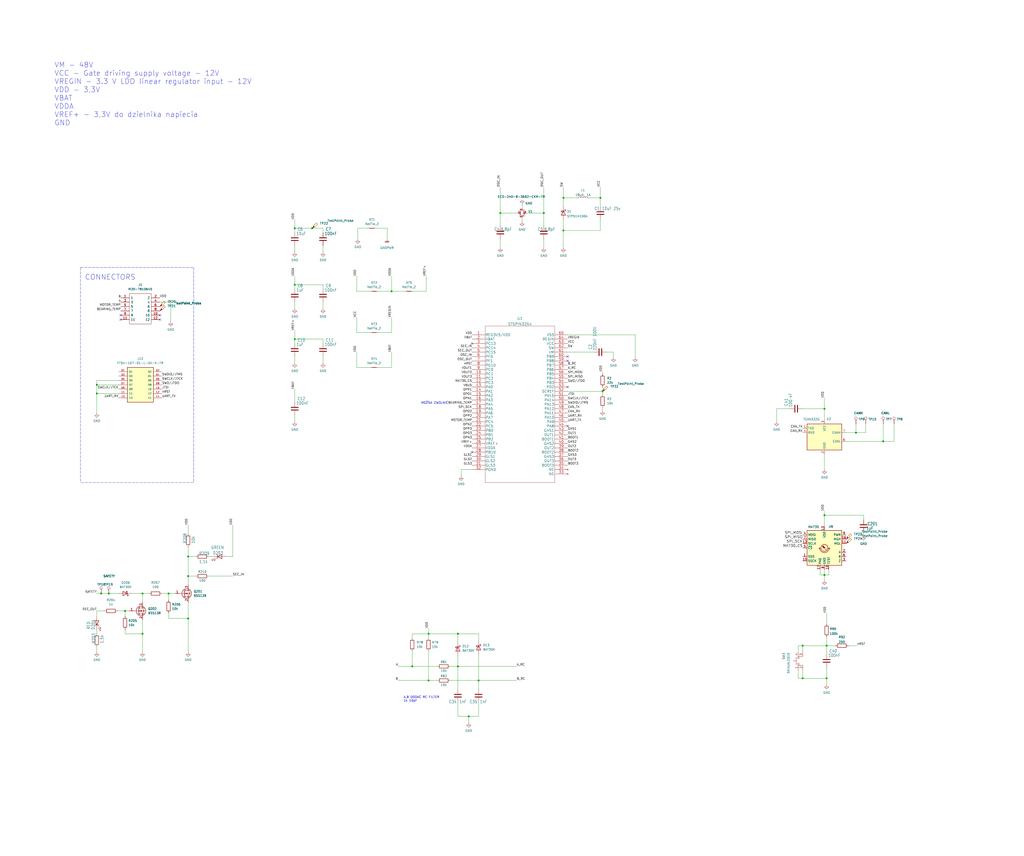
<source format=kicad_sch>
(kicad_sch (version 20211123) (generator eeschema)
  (paper "User" 597.865 499.923)
  (junction (at 760.73 185.42))
  (junction (at 681.355 25.4))
  (junction (at 760.095 132.08))
  (junction (at 709.93 108.585))
  (junction (at 481.33 300.99))
  (junction (at 988.695 129.54))
  (junction (at 798.83 109.22))
  (junction (at 706.12 108.585))
  (junction (at 676.275 293.37))
  (junction (at 810.26 109.22))
  (junction (at 83.185 346.71))
  (junction (at 665.48 159.385))
  (junction (at 891.54 346.075))
  (junction (at 762 160.02))
  (junction (at 865.505 184.785))
  (junction (at 702.31 216.535))
  (junction (at 903.605 108.585))
  (junction (at 83.185 370.205))
  (junction (at 240.665 389.255))
  (junction (at 907.415 108.585))
  (junction (at 317.5 124.46))
  (junction (at 98.425 346.71))
  (junction (at 328.93 134.62))
  (junction (at 687.705 131.445))
  (junction (at 908.685 278.13))
  (junction (at 903.605 164.465))
  (junction (at 673.1 25.4))
  (junction (at 798.83 217.17))
  (junction (at 706.12 207.645))
  (junction (at 250.19 370.205))
  (junction (at 972.185 148.59))
  (junction (at 683.26 264.16))
  (junction (at 267.335 370.205))
  (junction (at 885.19 332.74))
  (junction (at 866.775 159.385))
  (junction (at 786.13 346.71))
  (junction (at 791.845 333.375))
  (junction (at 907.415 154.305))
  (junction (at 784.86 185.42))
  (junction (at 806.45 109.22))
  (junction (at 664.21 184.785))
  (junction (at 903.605 216.535))
  (junction (at 774.7 264.795))
  (junction (at 702.31 108.585))
  (junction (at 109.855 336.55))
  (junction (at 499.745 252.73))
  (junction (at 515.62 257.81))
  (junction (at 468.63 396.24))
  (junction (at 683.26 332.74))
  (junction (at 481.33 335.915))
  (junction (at 702.31 233.68))
  (junction (at 884.555 264.16))
  (junction (at 706.12 154.305))
  (junction (at 889 131.445))
  (junction (at 779.78 264.795))
  (junction (at 836.93 26.67))
  (junction (at 907.415 164.465))
  (junction (at 350.52 115.57))
  (junction (at 903.605 154.305))
  (junction (at 172.085 198.12))
  (junction (at 172.085 133.35))
  (junction (at 267.335 389.255))
  (junction (at 907.415 207.645))
  (junction (at 59.055 346.71))
  (junction (at 663.575 131.445))
  (junction (at 706.12 164.465))
  (junction (at 802.64 154.94))
  (junction (at 250.19 397.51))
  (junction (at 647.7 27.305))
  (junction (at 798.83 229.87))
  (junction (at 784.225 132.08))
  (junction (at 903.605 233.68))
  (junction (at 911.225 108.585))
  (junction (at 803.275 278.765))
  (junction (at 351.79 228.6))
  (junction (at 903.605 159.385))
  (junction (at 798.83 208.28))
  (junction (at 889.635 184.785))
  (junction (at 798.83 154.94))
  (junction (at 482.6 377.19))
  (junction (at 802.64 208.28))
  (junction (at 702.31 212.09))
  (junction (at 903.605 207.645))
  (junction (at 798.83 212.725))
  (junction (at 182.245 133.35))
  (junction (at 109.855 325.12))
  (junction (at 228.6 170.18))
  (junction (at 783.59 26.67))
  (junction (at 864.87 131.445))
  (junction (at 702.31 164.465))
  (junction (at 798.83 160.02))
  (junction (at 880.11 264.16))
  (junction (at 73.025 356.87))
  (junction (at 63.5 346.71))
  (junction (at 915.035 108.585))
  (junction (at 772.795 294.005))
  (junction (at 702.31 159.385))
  (junction (at 328.93 115.57))
  (junction (at 713.74 108.585))
  (junction (at 688.34 184.785))
  (junction (at 706.755 278.13))
  (junction (at 878.205 293.37))
  (junction (at 273.685 418.465))
  (junction (at 903.605 229.235))
  (junction (at 709.93 164.465))
  (junction (at 798.83 165.1))
  (junction (at 798.83 26.67))
  (junction (at 972.185 129.54))
  (junction (at 811.53 26.67))
  (junction (at 56.515 229.87))
  (junction (at 642.62 27.305))
  (junction (at 702.31 154.305))
  (junction (at 903.605 212.09))
  (junction (at 279.4 397.51))
  (junction (at 911.225 164.465))
  (junction (at 172.085 166.37))
  (junction (at 695.325 332.74))
  (junction (at 779.78 333.375))
  (junction (at 702.31 207.645))
  (junction (at 806.45 165.1))
  (junction (at 482.6 396.24))
  (junction (at 109.855 361.315))
  (junction (at 798.83 234.315))
  (junction (at 481.33 238.76))
  (junction (at 828.04 26.67))
  (junction (at 468.63 377.19))
  (junction (at 897.255 332.74))
  (junction (at 292.1 124.46))
  (junction (at 689.61 346.075))
  (junction (at 802.64 165.1))
  (junction (at 678.18 264.16))
  (junction (at 702.31 229.235))
  (junction (at 802.64 109.22))
  (junction (at 56.515 224.79))
  (no_connect (at 331.47 226.06))
  (no_connect (at 331.47 210.82))
  (no_connect (at 331.47 208.28))
  (no_connect (at 331.47 248.92))
  (no_connect (at 275.59 264.16))
  (no_connect (at 275.59 200.66))
  (no_connect (at 70.485 184.15))
  (no_connect (at 70.485 186.69))
  (no_connect (at 93.345 184.15))
  (no_connect (at 93.345 186.69))
  (wire (pts (xy 784.86 173.99) (xy 784.86 185.42)))
  (wire (pts (xy 802.64 109.22) (xy 802.64 115.57)))
  (wire (pts (xy 786.13 346.71) (xy 786.13 349.885)))
  (wire (pts (xy 659.13 233.68) (xy 702.31 233.68)))
  (wire (pts (xy 56.515 222.25) (xy 56.515 224.79)))
  (wire (pts (xy 793.75 229.87) (xy 798.83 229.87)))
  (wire (pts (xy 861.06 293.37) (xy 865.505 293.37)))
  (wire (pts (xy 482.6 377.19) (xy 482.6 372.11)))
  (wire (pts (xy 487.68 377.19) (xy 482.6 377.19)))
  (wire (pts (xy 494.03 257.81) (xy 515.62 257.81)))
  (wire (pts (xy 515.62 257.81) (xy 515.62 247.65)))
  (wire (pts (xy 713.74 108.585) (xy 713.74 114.935)))
  (wire (pts (xy 317.5 139.7) (xy 317.5 144.78)))
  (wire (pts (xy 903.605 207.645) (xy 903.605 212.09)))
  (wire (pts (xy 328.93 128.27) (xy 328.93 134.62)))
  (wire (pts (xy 328.93 134.62) (xy 328.93 144.78)))
  (wire (pts (xy 702.31 207.645) (xy 702.31 212.09)))
  (wire (pts (xy 94.615 346.71) (xy 98.425 346.71)))
  (wire (pts (xy 806.45 208.28) (xy 806.45 201.93)))
  (wire (pts (xy 887.9263 304.165) (xy 908.685 304.165)))
  (wire (pts (xy 798.83 229.87) (xy 803.91 229.87)))
  (wire (pts (xy 770.89 173.99) (xy 784.86 173.99)))
  (wire (pts (xy 172.085 227.33) (xy 172.085 234.95)))
  (wire (pts (xy 663.575 131.445) (xy 676.275 131.445)))
  (wire (pts (xy 720.09 23.495) (xy 720.09 26.035)))
  (wire (pts (xy 702.945 278.13) (xy 706.755 278.13)))
  (wire (pts (xy 878.205 293.37) (xy 893.445 293.37)))
  (wire (pts (xy 683.26 264.16) (xy 691.515 264.16)))
  (wire (pts (xy 891.54 346.075) (xy 897.255 346.075)))
  (wire (pts (xy 56.515 222.25) (xy 69.215 222.25)))
  (wire (pts (xy 972.185 110.49) (xy 972.185 116.84)))
  (wire (pts (xy 889.635 184.785) (xy 893.445 184.785)))
  (wire (pts (xy 515.62 257.81) (xy 521.97 257.81)))
  (wire (pts (xy 208.28 170.18) (xy 215.9 170.18)))
  (wire (pts (xy 903.605 164.465) (xy 903.605 168.275)))
  (wire (pts (xy 219.71 133.35) (xy 226.06 133.35)))
  (wire (pts (xy 226.06 133.35) (xy 226.06 139.7)))
  (wire (pts (xy 798.83 109.22) (xy 802.64 109.22)))
  (wire (pts (xy 861.06 264.16) (xy 865.505 264.16)))
  (wire (pts (xy 659.13 293.37) (xy 663.575 293.37)))
  (wire (pts (xy 907.415 108.585) (xy 907.415 114.935)))
  (wire (pts (xy 885.19 131.445) (xy 889 131.445)))
  (wire (pts (xy 760.095 120.65) (xy 760.095 132.08)))
  (wire (pts (xy 267.335 410.21) (xy 267.335 418.465)))
  (wire (pts (xy 720.09 120.65) (xy 720.09 124.46)))
  (wire (pts (xy 798.83 154.94) (xy 798.83 160.02)))
  (wire (pts (xy 810.26 168.91) (xy 810.26 165.1)))
  (wire (pts (xy 903.605 229.235) (xy 903.605 233.68)))
  (wire (pts (xy 798.83 160.02) (xy 806.45 160.02)))
  (wire (pts (xy 292.1 139.7) (xy 292.1 144.78)))
  (wire (pts (xy 806.45 109.22) (xy 810.26 109.22)))
  (wire (pts (xy 836.93 42.545) (xy 836.93 57.15)))
  (wire (pts (xy 98.425 358.14) (xy 98.425 361.315)))
  (wire (pts (xy 806.45 165.1) (xy 802.64 165.1)))
  (wire (pts (xy 791.845 317.5) (xy 791.845 321.31)))
  (wire (pts (xy 678.18 257.175) (xy 678.18 264.16)))
  (wire (pts (xy 779.78 346.71) (xy 786.13 346.71)))
  (wire (pts (xy 793.75 227.33) (xy 793.75 229.87)))
  (wire (pts (xy 911.225 108.585) (xy 915.035 108.585)))
  (wire (pts (xy 885.19 332.74) (xy 897.255 332.74)))
  (wire (pts (xy 702.31 147.955) (xy 702.31 154.305)))
  (wire (pts (xy 702.31 154.305) (xy 702.31 159.385)))
  (wire (pts (xy 702.31 159.385) (xy 702.31 164.465)))
  (wire (pts (xy 702.31 164.465) (xy 702.31 168.275)))
  (wire (pts (xy 915.035 108.585) (xy 921.385 108.585)))
  (wire (pts (xy 878.205 293.37) (xy 878.205 304.165)))
  (wire (pts (xy 903.605 229.235) (xy 908.685 229.235)))
  (wire (pts (xy 673.1 44.45) (xy 673.1 45.72)))
  (wire (pts (xy 678.18 277.495) (xy 678.18 281.305)))
  (wire (pts (xy 907.415 201.295) (xy 907.415 207.645)))
  (wire (pts (xy 798.83 154.94) (xy 802.64 154.94)))
  (wire (pts (xy 880.11 277.495) (xy 880.11 281.305)))
  (wire (pts (xy 702.31 207.645) (xy 706.12 207.645)))
  (wire (pts (xy 706.12 207.645) (xy 709.93 207.645)))
  (wire (pts (xy 709.93 207.645) (xy 709.93 201.295)))
  (wire (pts (xy 798.83 208.28) (xy 798.83 212.725)))
  (wire (pts (xy 907.415 154.305) (xy 911.225 154.305)))
  (wire (pts (xy 911.225 108.585) (xy 911.225 114.935)))
  (wire (pts (xy 897.255 332.74) (xy 911.86 332.74)))
  (wire (pts (xy 328.93 115.57) (xy 328.93 120.65)))
  (wire (pts (xy 898.525 216.535) (xy 903.605 216.535)))
  (wire (pts (xy 798.83 165.1) (xy 798.83 168.91)))
  (wire (pts (xy 267.335 418.465) (xy 273.685 418.465)))
  (wire (pts (xy 762 154.94) (xy 762 160.02)))
  (wire (pts (xy 267.335 382.905) (xy 267.335 389.255)))
  (wire (pts (xy 241.3 170.18) (xy 248.92 170.18)))
  (wire (pts (xy 208.28 214.63) (xy 215.9 214.63)))
  (wire (pts (xy 279.4 418.465) (xy 273.685 418.465)))
  (wire (pts (xy 755.65 234.315) (xy 798.83 234.315)))
  (wire (pts (xy 858.52 131.445) (xy 864.87 131.445)))
  (wire (pts (xy 250.19 370.205) (xy 267.335 370.205)))
  (wire (pts (xy 73.025 356.87) (xy 75.565 356.87)))
  (wire (pts (xy 688.975 33.02) (xy 688.975 34.29)))
  (wire (pts (xy 172.085 166.37) (xy 172.085 168.91)))
  (wire (pts (xy 304.8 127) (xy 304.8 129.54)))
  (wire (pts (xy 279.4 374.65) (xy 279.4 370.205)))
  (wire (pts (xy 802.64 154.94) (xy 806.45 154.94)))
  (wire (pts (xy 267.335 375.285) (xy 267.335 370.205)))
  (wire (pts (xy 351.79 238.125) (xy 351.79 240.03)))
  (wire (pts (xy 798.83 26.67) (xy 811.53 26.67)))
  (wire (pts (xy 811.53 26.67) (xy 828.04 26.67)))
  (wire (pts (xy 760.095 132.08) (xy 772.795 132.08)))
  (wire (pts (xy 709.93 147.955) (xy 709.93 154.305)))
  (wire (pts (xy 836.93 26.67) (xy 836.93 37.465)))
  (wire (pts (xy 903.605 207.645) (xy 907.415 207.645)))
  (wire (pts (xy 908.685 226.695) (xy 908.685 229.235)))
  (wire (pts (xy 740.41 29.21) (xy 740.41 24.13)))
  (wire (pts (xy 802.64 148.59) (xy 802.64 154.94)))
  (wire (pts (xy 109.855 325.12) (xy 109.855 336.55)))
  (wire (pts (xy 762.635 120.65) (xy 760.095 120.65)))
  (wire (pts (xy 208.28 161.29) (xy 208.28 170.18)))
  (wire (pts (xy 647.7 27.305) (xy 647.7 29.845)))
  (wire (pts (xy 292.1 109.22) (xy 292.1 124.46)))
  (wire (pts (xy 673.1 35.56) (xy 673.1 36.83)))
  (wire (pts (xy 714.375 23.495) (xy 714.375 26.035)))
  (wire (pts (xy 358.14 205.74) (xy 354.33 205.74)))
  (wire (pts (xy 784.86 208.28) (xy 788.67 208.28)))
  (wire (pts (xy 783.59 24.13) (xy 783.59 26.67)))
  (wire (pts (xy 56.515 356.87) (xy 56.515 360.045)))
  (wire (pts (xy 273.685 418.465) (xy 273.685 422.275)))
  (wire (pts (xy 228.6 170.18) (xy 236.22 170.18)))
  (wire (pts (xy 706.12 164.465) (xy 706.12 168.275)))
  (polyline (pts (xy 46.99 156.21) (xy 46.99 281.94)))
  (polyline (pts (xy 46.99 156.21) (xy 113.03 156.21)))
  (polyline (pts (xy 113.03 156.21) (xy 113.03 281.94)))
  (polyline (pts (xy 113.03 281.94) (xy 46.99 281.94)))
  (wire (pts (xy 972.185 129.54) (xy 972.185 124.46)))
  (wire (pts (xy 220.98 214.63) (xy 228.6 214.63)))
  (wire (pts (xy 683.26 332.74) (xy 683.26 335.915)))
  (wire (pts (xy 891.54 346.075) (xy 891.54 349.25)))
  (wire (pts (xy 880.11 245.11) (xy 880.11 249.555)))
  (wire (pts (xy 304.8 119.38) (xy 304.8 121.92)))
  (wire (pts (xy 798.83 208.28) (xy 802.64 208.28)))
  (wire (pts (xy 755.65 264.795) (xy 760.095 264.795)))
  (wire (pts (xy 903.605 108.585) (xy 907.415 108.585)))
  (wire (pts (xy 755.015 333.375) (xy 759.46 333.375)))
  (wire (pts (xy 228.6 161.29) (xy 228.6 170.18)))
  (wire (pts (xy 483.87 332.74) (xy 483.87 335.915)))
  (wire (pts (xy 483.87 335.915) (xy 481.33 335.915)))
  (wire (pts (xy 762 160.02) (xy 798.83 160.02)))
  (wire (pts (xy 657.225 131.445) (xy 663.575 131.445)))
  (wire (pts (xy 706.755 278.13) (xy 706.755 304.165)))
  (wire (pts (xy 903.605 147.955) (xy 903.605 154.305)))
  (wire (pts (xy 864.87 120.015) (xy 864.87 131.445)))
  (wire (pts (xy 907.415 108.585) (xy 911.225 108.585)))
  (wire (pts (xy 109.855 325.12) (xy 114.3 325.12)))
  (wire (pts (xy 172.085 161.29) (xy 172.085 166.37)))
  (wire (pts (xy 903.605 154.305) (xy 903.605 159.385)))
  (wire (pts (xy 860.425 159.385) (xy 866.775 159.385)))
  (wire (pts (xy 772.795 294.005) (xy 772.795 304.8)))
  (wire (pts (xy 803.91 217.17) (xy 803.91 219.71)))
  (wire (pts (xy 911.225 164.465) (xy 907.415 164.465)))
  (wire (pts (xy 760.73 173.99) (xy 760.73 185.42)))
  (wire (pts (xy 109.855 319.405) (xy 109.855 325.12)))
  (wire (pts (xy 481.33 335.915) (xy 481.33 339.09)))
  (wire (pts (xy 898.525 219.075) (xy 898.525 216.535)))
  (wire (pts (xy 798.83 212.725) (xy 798.83 217.17)))
  (wire (pts (xy 657.86 184.785) (xy 664.21 184.785)))
  (wire (pts (xy 188.595 208.28) (xy 188.595 212.09)))
  (wire (pts (xy 328.93 115.57) (xy 336.55 115.57)))
  (wire (pts (xy 702.31 229.235) (xy 702.31 233.68)))
  (wire (pts (xy 702.31 233.68) (xy 702.31 236.855)))
  (wire (pts (xy 803.91 227.33) (xy 803.91 229.87)))
  (wire (pts (xy 793.75 219.71) (xy 793.75 217.17)))
  (wire (pts (xy 255.27 397.51) (xy 250.19 397.51)))
  (wire (pts (xy 904.875 278.13) (xy 908.685 278.13)))
  (wire (pts (xy 907.415 164.465) (xy 907.415 168.275)))
  (wire (pts (xy 798.83 217.17) (xy 803.91 217.17)))
  (wire (pts (xy 774.7 264.795) (xy 774.7 270.51)))
  (wire (pts (xy 908.685 216.535) (xy 908.685 219.075)))
  (wire (pts (xy 683.26 343.535) (xy 683.26 346.075)))
  (wire (pts (xy 683.26 346.075) (xy 689.61 346.075)))
  (wire (pts (xy 689.61 346.075) (xy 695.325 346.075)))
  (wire (pts (xy 695.325 346.075) (xy 695.325 343.535)))
  (wire (pts (xy 774.7 278.13) (xy 774.7 281.94)))
  (wire (pts (xy 791.845 346.71) (xy 791.845 344.17)))
  (wire (pts (xy 317.5 109.22) (xy 317.5 124.46)))
  (wire (pts (xy 684.53 184.785) (xy 688.34 184.785)))
  (wire (pts (xy 351.79 228.6) (xy 351.79 230.505)))
  (wire (pts (xy 676.275 293.37) (xy 676.275 304.165)))
  (wire (pts (xy 702.31 154.305) (xy 706.12 154.305)))
  (wire (pts (xy 706.12 147.955) (xy 706.12 154.305)))
  (wire (pts (xy 706.12 154.305) (xy 709.93 154.305)))
  (wire (pts (xy 250.19 370.205) (xy 250.19 372.745)))
  (wire (pts (xy 56.515 377.825) (xy 56.515 381)))
  (wire (pts (xy 702.31 103.505) (xy 702.31 108.585)))
  (wire (pts (xy 56.515 224.79) (xy 69.215 224.79)))
  (wire (pts (xy 875.03 120.015) (xy 889 120.015)))
  (wire (pts (xy 98.425 361.315) (xy 109.855 361.315)))
  (wire (pts (xy 755.65 143.51) (xy 762 143.51)))
  (wire (pts (xy 810.26 109.22) (xy 816.61 109.22)))
  (wire (pts (xy 972.185 148.59) (xy 988.695 148.59)))
  (wire (pts (xy 907.415 207.645) (xy 911.225 207.645)))
  (wire (pts (xy 121.92 325.12) (xy 124.46 325.12)))
  (wire (pts (xy 73.025 367.665) (xy 73.025 370.205)))
  (wire (pts (xy 98.425 346.71) (xy 102.235 346.71)))
  (wire (pts (xy 777.24 26.67) (xy 783.59 26.67)))
  (wire (pts (xy 504.19 311.15) (xy 504.19 313.055)))
  (wire (pts (xy 208.28 205.74) (xy 208.28 214.63)))
  (wire (pts (xy 889 131.445) (xy 893.445 131.445)))
  (wire (pts (xy 921.385 120.65) (xy 921.385 124.46)))
  (wire (pts (xy 903.605 201.295) (xy 903.605 207.645)))
  (wire (pts (xy 240.665 372.745) (xy 240.665 370.205)))
  (wire (pts (xy 240.665 370.205) (xy 250.19 370.205)))
  (wire (pts (xy 915.035 168.275) (xy 915.035 164.465)))
  (wire (pts (xy 798.83 104.14) (xy 798.83 109.22)))
  (wire (pts (xy 466.09 377.19) (xy 468.63 377.19)))
  (wire (pts (xy 468.63 377.19) (xy 482.6 377.19)))
  (wire (pts (xy 767.08 333.375) (xy 769.62 333.375)))
  (wire (pts (xy 659.13 212.09) (xy 702.31 212.09)))
  (wire (pts (xy 702.31 212.09) (xy 702.31 216.535)))
  (wire (pts (xy 676.275 304.165) (xy 678.3763 304.165)))
  (wire (pts (xy 468.63 377.19) (xy 468.63 381)))
  (wire (pts (xy 868.045 173.355) (xy 865.505 173.355)))
  (wire (pts (xy 695.325 332.74) (xy 695.325 335.915)))
  (wire (pts (xy 670.56 332.74) (xy 673.1 332.74)))
  (wire (pts (xy 882.65 332.74) (xy 885.19 332.74)))
  (wire (pts (xy 688.34 184.785) (xy 692.15 184.785)))
  (wire (pts (xy 810.26 109.22) (xy 810.26 115.57)))
  (wire (pts (xy 481.33 335.915) (xy 481.33 332.74)))
  (wire (pts (xy 687.705 131.445) (xy 692.15 131.445)))
  (wire (pts (xy 770.255 120.65) (xy 784.225 120.65)))
  (wire (pts (xy 642.62 24.765) (xy 642.62 27.305)))
  (wire (pts (xy 642.62 27.305) (xy 647.7 27.305)))
  (wire (pts (xy 647.7 24.765) (xy 647.7 27.305)))
  (wire (pts (xy 466.09 377.19) (xy 466.09 381)))
  (wire (pts (xy 109.855 361.315) (xy 109.855 381)))
  (wire (pts (xy 689.61 346.075) (xy 689.61 349.25)))
  (wire (pts (xy 681.355 25.4) (xy 681.355 34.29)))
  (wire (pts (xy 791.845 328.93) (xy 791.845 333.375)))
  (wire (pts (xy 642.62 27.305) (xy 642.62 29.845)))
  (wire (pts (xy 666.115 120.015) (xy 663.575 120.015)))
  (wire (pts (xy 674.37 173.355) (xy 688.34 173.355)))
  (wire (pts (xy 494.03 252.73) (xy 499.745 252.73)))
  (wire (pts (xy 499.745 252.73) (xy 505.46 252.73)))
  (wire (pts (xy 505.46 252.73) (xy 505.46 247.65)))
  (wire (pts (xy 220.98 194.31) (xy 228.6 194.31)))
  (wire (pts (xy 228.6 185.42) (xy 228.6 194.31)))
  (wire (pts (xy 317.5 124.46) (xy 317.5 132.08)))
  (wire (pts (xy 331.47 195.58) (xy 370.84 195.58)))
  (wire (pts (xy 370.84 195.58) (xy 370.84 208.915)))
  (wire (pts (xy 903.605 159.385) (xy 903.605 164.465)))
  (wire (pts (xy 73.025 356.87) (xy 73.025 360.045)))
  (wire (pts (xy 521.97 257.81) (xy 521.97 247.65)))
  (wire (pts (xy 907.415 147.955) (xy 907.415 154.305)))
  (wire (pts (xy 755.65 212.725) (xy 798.83 212.725)))
  (wire (pts (xy 267.335 389.255) (xy 301.625 389.255)))
  (wire (pts (xy 903.605 216.535) (xy 908.685 216.535)))
  (wire (pts (xy 760.73 185.42) (xy 773.43 185.42)))
  (wire (pts (xy 798.83 160.02) (xy 798.83 165.1)))
  (wire (pts (xy 777.24 333.375) (xy 779.78 333.375)))
  (wire (pts (xy 828.04 26.67) (xy 828.04 37.465)))
  (wire (pts (xy 897.255 328.295) (xy 897.255 332.74)))
  (wire (pts (xy 988.695 129.54) (xy 988.695 135.89)))
  (wire (pts (xy 897.255 332.74) (xy 897.255 335.915)))
  (wire (pts (xy 56.515 229.87) (xy 56.515 241.3)))
  (wire (pts (xy 482.6 389.89) (xy 482.6 396.24)))
  (wire (pts (xy 482.6 396.24) (xy 482.6 400.05)))
  (wire (pts (xy 903.605 103.505) (xy 903.605 108.585)))
  (wire (pts (xy 911.225 207.645) (xy 911.225 201.295)))
  (wire (pts (xy 659.13 142.875) (xy 665.48 142.875)))
  (wire (pts (xy 665.48 146.685) (xy 665.48 142.875)))
  (wire (pts (xy 780.415 132.08) (xy 784.225 132.08)))
  (wire (pts (xy 93.345 176.53) (xy 99.695 176.53)))
  (wire (pts (xy 865.505 184.785) (xy 878.205 184.785)))
  (wire (pts (xy 702.31 159.385) (xy 709.93 159.385)))
  (wire (pts (xy 810.26 165.1) (xy 806.45 165.1)))
  (wire (pts (xy 915.035 164.465) (xy 911.225 164.465)))
  (wire (pts (xy 713.74 108.585) (xy 720.09 108.585)))
  (wire (pts (xy 860.425 233.68) (xy 903.605 233.68)))
  (wire (pts (xy 972.185 129.54) (xy 988.695 129.54)))
  (wire (pts (xy 988.695 129.54) (xy 996.315 129.54)))
  (wire (pts (xy 358.14 205.74) (xy 358.14 208.915)))
  (wire (pts (xy 228.6 205.74) (xy 228.6 214.63)))
  (wire (pts (xy 911.225 147.955) (xy 911.225 154.305)))
  (wire (pts (xy 232.41 389.255) (xy 240.665 389.255)))
  (wire (pts (xy 811.53 26.67) (xy 811.53 36.195)))
  (wire (pts (xy 697.23 216.535) (xy 702.31 216.535)))
  (wire (pts (xy 697.23 219.075) (xy 697.23 216.535)))
  (wire (pts (xy 702.31 216.535) (xy 707.39 216.535)))
  (wire (pts (xy 707.39 216.535) (xy 707.39 219.075)))
  (wire (pts (xy 884.555 264.16) (xy 893.445 264.16)))
  (wire (pts (xy 802.64 165.1) (xy 802.64 168.91)))
  (wire (pts (xy 798.83 35.56) (xy 798.83 36.83)))
  (wire (pts (xy 898.525 229.235) (xy 903.605 229.235)))
  (wire (pts (xy 481.33 298.45) (xy 481.33 300.99)))
  (wire (pts (xy 481.33 300.99) (xy 481.33 307.34)))
  (wire (pts (xy 188.595 200.66) (xy 188.595 198.12)))
  (wire (pts (xy 988.695 110.49) (xy 988.695 116.84)))
  (wire (pts (xy 665.48 154.305) (xy 665.48 159.385)))
  (wire (pts (xy 880.11 257.175) (xy 880.11 264.16)))
  (wire (pts (xy 135.89 306.705) (xy 135.89 325.12)))
  (wire (pts (xy 889 120.015) (xy 889 131.445)))
  (wire (pts (xy 774.7 257.81) (xy 774.7 264.795)))
  (wire (pts (xy 279.4 397.51) (xy 301.625 397.51)))
  (wire (pts (xy 109.855 306.705) (xy 109.855 311.785)))
  (wire (pts (xy 866.775 154.305) (xy 866.775 159.385)))
  (wire (pts (xy 864.87 131.445) (xy 877.57 131.445)))
  (wire (pts (xy 885.19 346.075) (xy 891.54 346.075)))
  (wire (pts (xy 99.695 176.53) (xy 99.695 187.96)))
  (wire (pts (xy 972.185 129.54) (xy 972.185 135.89)))
  (wire (pts (xy 172.085 143.51) (xy 172.085 147.32)))
  (wire (pts (xy 860.425 212.09) (xy 903.605 212.09)))
  (wire (pts (xy 687.705 120.015) (xy 687.705 131.445)))
  (wire (pts (xy 988.695 129.54) (xy 988.695 124.46)))
  (wire (pts (xy 806.45 148.59) (xy 806.45 154.94)))
  (wire (pts (xy 779.78 333.375) (xy 779.78 336.55)))
  (wire (pts (xy 659.13 264.16) (xy 663.575 264.16)))
  (wire (pts (xy 793.75 217.17) (xy 798.83 217.17)))
  (wire (pts (xy 781.05 185.42) (xy 784.86 185.42)))
  (wire (pts (xy 172.085 176.53) (xy 172.085 180.34)))
  (wire (pts (xy 468.63 391.16) (xy 468.63 396.24)))
  (wire (pts (xy 262.89 397.51) (xy 279.4 397.51)))
  (wire (pts (xy 988.695 148.59) (xy 988.695 143.51)))
  (wire (pts (xy 802.64 165.1) (xy 798.83 165.1)))
  (wire (pts (xy 240.665 389.255) (xy 240.665 380.365)))
  (wire (pts (xy 803.275 278.765) (xy 803.275 304.8)))
  (wire (pts (xy 709.93 164.465) (xy 709.93 168.275)))
  (wire (pts (xy 56.515 356.87) (xy 60.96 356.87)))
  (wire (pts (xy 706.12 201.295) (xy 706.12 207.645)))
  (wire (pts (xy 816.61 121.285) (xy 816.61 125.095)))
  (wire (pts (xy 799.465 278.765) (xy 803.275 278.765)))
  (wire (pts (xy 466.09 391.16) (xy 466.09 396.24)))
  (wire (pts (xy 466.09 396.24) (xy 468.63 396.24)))
  (wire (pts (xy 468.63 396.24) (xy 482.6 396.24)))
  (wire (pts (xy 802.64 208.28) (xy 806.45 208.28)))
  (wire (pts (xy 172.085 208.28) (xy 172.085 212.09)))
  (wire (pts (xy 685.9963 304.165) (xy 706.755 304.165)))
  (wire (pts (xy 56.515 367.665) (xy 56.515 370.205)))
  (wire (pts (xy 98.425 346.71) (xy 98.425 350.52)))
  (wire (pts (xy 292.1 124.46) (xy 292.1 132.08)))
  (wire (pts (xy 779.78 333.375) (xy 791.845 333.375)))
  (wire (pts (xy 208.915 133.35) (xy 208.915 139.7)))
  (wire (pts (xy 214.63 133.35) (xy 208.915 133.35)))
  (wire (pts (xy 248.92 161.29) (xy 248.92 170.18)))
  (wire (pts (xy 786.13 346.71) (xy 791.845 346.71)))
  (wire (pts (xy 279.4 382.27) (xy 279.4 397.51)))
  (wire (pts (xy 279.4 397.51) (xy 279.4 402.59)))
  (wire (pts (xy 767.715 264.795) (xy 774.7 264.795)))
  (wire (pts (xy 750.57 29.21) (xy 750.57 24.13)))
  (wire (pts (xy 83.185 361.95) (xy 83.185 370.205)))
  (wire (pts (xy 755.65 160.02) (xy 762 160.02)))
  (wire (pts (xy 172.085 242.57) (xy 172.085 246.38)))
  (wire (pts (xy 908.685 278.13) (xy 908.685 304.165)))
  (wire (pts (xy 811.53 43.815) (xy 811.53 57.15)))
  (wire (pts (xy 903.605 159.385) (xy 911.225 159.385)))
  (wire (pts (xy 798.83 27.94) (xy 798.83 26.67)))
  (wire (pts (xy 903.605 233.68) (xy 903.605 236.855)))
  (wire (pts (xy 866.775 159.385) (xy 903.605 159.385)))
  (wire (pts (xy 188.595 198.12) (xy 172.085 198.12)))
  (wire (pts (xy 673.1 22.86) (xy 673.1 25.4)))
  (wire (pts (xy 673.1 25.4) (xy 681.355 25.4)))
  (wire (pts (xy 504.19 300.99) (xy 481.33 300.99)))
  (wire (pts (xy 504.19 303.53) (xy 504.19 300.99)))
  (wire (pts (xy 859.155 184.785) (xy 865.505 184.785)))
  (wire (pts (xy 779.78 344.17) (xy 779.78 346.71)))
  (wire (pts (xy 255.27 389.255) (xy 240.665 389.255)))
  (wire (pts (xy 267.335 370.205) (xy 279.4 370.205)))
  (wire (pts (xy 172.085 193.04) (xy 172.085 198.12)))
  (wire (pts (xy 784.86 185.42) (xy 788.67 185.42)))
  (wire (pts (xy 132.08 325.12) (xy 135.89 325.12)))
  (wire (pts (xy 83.185 346.71) (xy 86.995 346.71)))
  (wire (pts (xy 784.225 132.08) (xy 788.67 132.08)))
  (wire (pts (xy 897.255 316.865) (xy 897.255 320.675)))
  (wire (pts (xy 903.605 154.305) (xy 907.415 154.305)))
  (wire (pts (xy 836.93 26.67) (xy 860.425 26.67)))
  (wire (pts (xy 702.31 108.585) (xy 702.31 114.935)))
  (wire (pts (xy 681.355 25.4) (xy 681.355 22.86)))
  (wire (pts (xy 681.355 25.4) (xy 688.975 25.4)))
  (wire (pts (xy 688.975 27.94) (xy 688.975 25.4)))
  (wire (pts (xy 109.855 336.55) (xy 114.3 336.55)))
  (wire (pts (xy 351.79 217.17) (xy 351.79 218.44)))
  (wire (pts (xy 860.425 332.74) (xy 864.87 332.74)))
  (wire (pts (xy 921.385 108.585) (xy 921.385 113.03)))
  (wire (pts (xy 802.64 201.93) (xy 802.64 208.28)))
  (wire (pts (xy 903.605 108.585) (xy 903.605 114.935)))
  (wire (pts (xy 915.035 108.585) (xy 915.035 114.935)))
  (wire (pts (xy 806.45 165.1) (xy 806.45 168.91)))
  (wire (pts (xy 56.515 346.71) (xy 59.055 346.71)))
  (wire (pts (xy 885.19 332.74) (xy 885.19 335.915)))
  (wire (pts (xy 865.505 173.355) (xy 865.505 184.785)))
  (wire (pts (xy 331.47 228.6) (xy 351.79 228.6)))
  (wire (pts (xy 279.4 410.21) (xy 279.4 418.465)))
  (wire (pts (xy 755.65 294.005) (xy 760.095 294.005)))
  (wire (pts (xy 911.225 164.465) (xy 911.225 168.275)))
  (wire (pts (xy 188.595 176.53) (xy 188.595 180.34)))
  (wire (pts (xy 188.595 166.37) (xy 172.085 166.37)))
  (wire (pts (xy 76.835 346.71) (xy 83.185 346.71)))
  (wire (pts (xy 328.93 134.62) (xy 350.52 134.62)))
  (wire (pts (xy 350.52 134.62) (xy 350.52 128.27)))
  (wire (pts (xy 56.515 229.87) (xy 69.215 229.87)))
  (wire (pts (xy 784.225 120.65) (xy 784.225 132.08)))
  (wire (pts (xy 659.13 159.385) (xy 665.48 159.385)))
  (wire (pts (xy 665.48 159.385) (xy 702.31 159.385)))
  (wire (pts (xy 250.19 397.51) (xy 250.19 380.365)))
  (wire (pts (xy 683.895 131.445) (xy 687.705 131.445)))
  (wire (pts (xy 798.83 201.93) (xy 798.83 208.28)))
  (wire (pts (xy 83.185 346.71) (xy 83.185 351.79)))
  (wire (pts (xy 350.52 115.57) (xy 350.52 120.65)))
  (wire (pts (xy 269.24 274.32) (xy 269.24 278.13)))
  (wire (pts (xy 275.59 274.32) (xy 269.24 274.32)))
  (wire (pts (xy 702.31 108.585) (xy 706.12 108.585)))
  (wire (pts (xy 706.12 108.585) (xy 709.93 108.585)))
  (wire (pts (xy 709.93 108.585) (xy 713.74 108.585)))
  (wire (pts (xy 720.09 108.585) (xy 720.09 113.03)))
  (wire (pts (xy 172.085 198.12) (xy 172.085 200.66)))
  (wire (pts (xy 714.375 26.035) (xy 720.09 26.035)))
  (wire (pts (xy 779.78 264.795) (xy 788.035 264.795)))
  (wire (pts (xy 897.255 346.075) (xy 897.255 343.535)))
  (wire (pts (xy 208.28 185.42) (xy 208.28 194.31)))
  (wire (pts (xy 208.28 194.31) (xy 215.9 194.31)))
  (wire (pts (xy 453.39 238.76) (xy 453.39 246.38)))
  (wire (pts (xy 461.01 238.76) (xy 453.39 238.76)))
  (wire (pts (xy 481.33 238.76) (xy 468.63 238.76)))
  (wire (pts (xy 292.1 124.46) (xy 302.26 124.46)))
  (wire (pts (xy 783.59 26.67) (xy 798.83 26.67)))
  (wire (pts (xy 663.575 120.015) (xy 663.575 131.445)))
  (wire (pts (xy 767.715 294.005) (xy 772.795 294.005)))
  (wire (pts (xy 762 147.32) (xy 762 143.51)))
  (wire (pts (xy 695.325 328.295) (xy 695.325 332.74)))
  (wire (pts (xy 791.845 333.375) (xy 806.45 333.375)))
  (wire (pts (xy 802.64 109.22) (xy 806.45 109.22)))
  (wire (pts (xy 664.21 173.355) (xy 664.21 184.785)))
  (wire (pts (xy 666.75 173.355) (xy 664.21 173.355)))
  (wire (pts (xy 798.83 148.59) (xy 798.83 154.94)))
  (wire (pts (xy 478.79 332.74) (xy 478.79 335.915)))
  (wire (pts (xy 478.79 335.915) (xy 481.33 335.915)))
  (wire (pts (xy 658.495 332.74) (xy 662.94 332.74)))
  (wire (pts (xy 671.195 264.16) (xy 678.18 264.16)))
  (wire (pts (xy 678.18 264.16) (xy 678.18 269.875)))
  (wire (pts (xy 68.58 356.87) (xy 73.025 356.87)))
  (wire (pts (xy 188.595 133.35) (xy 182.245 133.35)))
  (wire (pts (xy 188.595 135.89) (xy 188.595 133.35)))
  (wire (pts (xy 499.745 252.73) (xy 499.745 247.65)))
  (wire (pts (xy 482.6 358.14) (xy 482.6 364.49)))
  (wire (pts (xy 695.325 316.865) (xy 695.325 320.675)))
  (wire (pts (xy 73.025 370.205) (xy 83.185 370.205)))
  (wire (pts (xy 798.83 234.315) (xy 798.83 237.49)))
  (wire (pts (xy 860.425 142.875) (xy 866.775 142.875)))
  (wire (pts (xy 772.795 294.005) (xy 788.035 294.005)))
  (wire (pts (xy 83.185 370.205) (xy 83.185 381)))
  (wire (pts (xy 172.085 128.27) (xy 172.085 133.35)))
  (wire (pts (xy 172.085 133.35) (xy 172.085 135.89)))
  (wire (pts (xy 267.335 402.59) (xy 267.335 389.255)))
  (wire (pts (xy 706.12 164.465) (xy 702.31 164.465)))
  (wire (pts (xy 709.93 164.465) (xy 706.12 164.465)))
  (wire (pts (xy 713.74 164.465) (xy 709.93 164.465)))
  (wire (pts (xy 713.74 168.275) (xy 713.74 164.465)))
  (wire (pts (xy 798.83 109.22) (xy 798.83 115.57)))
  (wire (pts (xy 328.93 109.22) (xy 328.93 115.57)))
  (wire (pts (xy 791.845 333.375) (xy 791.845 336.55)))
  (wire (pts (xy 262.89 389.255) (xy 267.335 389.255)))
  (wire (pts (xy 903.605 212.09) (xy 903.605 216.535)))
  (wire (pts (xy 828.04 42.545) (xy 828.04 57.15)))
  (wire (pts (xy 875.665 173.355) (xy 889.635 173.355)))
  (wire (pts (xy 753.745 132.08) (xy 760.095 132.08)))
  (wire (pts (xy 250.19 367.03) (xy 250.19 370.205)))
  (wire (pts (xy 880.11 264.16) (xy 880.11 269.875)))
  (wire (pts (xy 673.735 120.015) (xy 687.705 120.015)))
  (wire (pts (xy 798.83 229.87) (xy 798.83 234.315)))
  (wire (pts (xy 782.5163 304.8) (xy 803.275 304.8)))
  (wire (pts (xy 671.195 293.37) (xy 676.275 293.37)))
  (wire (pts (xy 676.275 293.37) (xy 691.515 293.37)))
  (wire (pts (xy 481.33 232.41) (xy 481.33 238.76)))
  (wire (pts (xy 481.33 238.76) (xy 481.33 245.11)))
  (wire (pts (xy 702.31 201.295) (xy 702.31 207.645)))
  (wire (pts (xy 678.18 245.11) (xy 678.18 249.555)))
  (wire (pts (xy 796.29 208.28) (xy 798.83 208.28)))
  (wire (pts (xy 885.19 343.535) (xy 885.19 346.075)))
  (wire (pts (xy 798.83 53.34) (xy 798.83 57.15)))
  (wire (pts (xy 482.6 377.19) (xy 482.6 382.27)))
  (wire (pts (xy 182.245 133.35) (xy 172.085 133.35)))
  (wire (pts (xy 220.98 170.18) (xy 228.6 170.18)))
  (wire (pts (xy 307.34 124.46) (xy 317.5 124.46)))
  (wire (pts (xy 706.12 108.585) (xy 706.12 114.935)))
  (wire (pts (xy 972.185 143.51) (xy 972.185 148.59)))
  (wire (pts (xy 972.185 148.59) (xy 972.185 153.67)))
  (wire (pts (xy 806.45 109.22) (xy 806.45 115.57)))
  (wire (pts (xy 878.205 304.165) (xy 880.3063 304.165)))
  (wire (pts (xy 709.93 108.585) (xy 709.93 114.935)))
  (wire (pts (xy 63.5 346.71) (xy 69.215 346.71)))
  (wire (pts (xy 673.1 25.4) (xy 673.1 27.94)))
  (wire (pts (xy 777.24 24.13) (xy 777.24 26.67)))
  (wire (pts (xy 678.18 264.16) (xy 683.26 264.16)))
  (wire (pts (xy 798.83 44.45) (xy 798.83 45.72)))
  (wire (pts (xy 109.855 351.79) (xy 109.855 361.315)))
  (wire (pts (xy 56.515 224.79) (xy 56.515 229.87)))
  (wire (pts (xy 664.21 184.785) (xy 676.91 184.785)))
  (wire (pts (xy 784.86 185.42) (xy 784.86 208.28)))
  (wire (pts (xy 774.7 245.745) (xy 774.7 250.19)))
  (wire (pts (xy 331.47 205.74) (xy 346.71 205.74)))
  (wire (pts (xy 680.72 332.74) (xy 683.26 332.74)))
  (wire (pts (xy 683.26 332.74) (xy 695.325 332.74)))
  (wire (pts (xy 695.325 332.74) (xy 709.93 332.74)))
  (wire (pts (xy 121.92 336.55) (xy 135.89 336.55)))
  (wire (pts (xy 350.52 109.22) (xy 350.52 115.57)))
  (wire (pts (xy 898.525 226.695) (xy 898.525 229.235)))
  (wire (pts (xy 880.11 264.16) (xy 884.555 264.16)))
  (wire (pts (xy 885.825 184.785) (xy 889.635 184.785)))
  (wire (pts (xy 828.04 26.67) (xy 836.93 26.67)))
  (wire (pts (xy 232.41 397.51) (xy 250.19 397.51)))
  (wire (pts (xy 697.23 226.695) (xy 697.23 229.235)))
  (wire (pts (xy 697.23 229.235) (xy 702.31 229.235)))
  (wire (pts (xy 702.31 229.235) (xy 707.39 229.235)))
  (wire (pts (xy 707.39 226.695) (xy 707.39 229.235)))
  (wire (pts (xy 59.055 346.71) (xy 63.5 346.71)))
  (wire (pts (xy 774.7 264.795) (xy 779.78 264.795)))
  (wire (pts (xy 688.34 173.355) (xy 688.34 184.785)))
  (wire (pts (xy 889.635 173.355) (xy 889.635 184.785)))
  (wire (pts (xy 872.49 332.74) (xy 875.03 332.74)))
  (wire (pts (xy 481.33 265.43) (xy 481.33 274.32)))
  (wire (pts (xy 344.17 115.57) (xy 350.52 115.57)))
  (wire (pts (xy 866.775 146.685) (xy 866.775 142.875)))
  (wire (pts (xy 816.61 109.22) (xy 816.61 113.665)))
  (wire (pts (xy 772.795 304.8) (xy 774.8963 304.8)))
  (wire (pts (xy 907.415 164.465) (xy 903.605 164.465)))
  (wire (pts (xy 873.125 264.16) (xy 880.11 264.16)))
  (wire (pts (xy 188.595 143.51) (xy 188.595 147.32)))
  (wire (pts (xy 109.855 336.55) (xy 109.855 341.63)))
  (wire (pts (xy 188.595 168.91) (xy 188.595 166.37)))
  (wire (pts (xy 754.38 185.42) (xy 760.73 185.42)))
  (wire (pts (xy 763.27 173.99) (xy 760.73 173.99)))
  (wire (pts (xy 867.41 120.015) (xy 864.87 120.015)))
  (wire (pts (xy 351.79 226.06) (xy 351.79 228.6)))
  (wire (pts (xy 495.3 377.19) (xy 500.38 377.19)))
  (wire (pts (xy 873.125 293.37) (xy 878.205 293.37)))
  (text "VM - 48V\nVCC - Gate driving supply voltage - 12V\nVREGIN - 3.3 V LDO linear regulator input - 12V\nVDD - 3,3V\nVBAT\nVDDA\nVREF+ - 3,3V do dzielnika napiecia\nGND" (at 31.75 73.66 0) (effects (font (size 3 3)) (justify left bottom)))
  (text "NM" (at 790.575 208.915 0) (effects (font (size 1.27 1.27) (thickness 0.254) bold) (justify left bottom)))
  (text "CONNECTORS" (at 49.53 163.83 0) (effects (font (size 3 3)) (justify left bottom)))
  (text "WBUDOWANY OPAMP" (at 695.325 287.655 90) (effects (font (size 1.27 1.27)) (justify left bottom)))
  (text "NM" (at 775.335 174.625 0) (effects (font (size 1.27 1.27) (thickness 0.254) bold) (justify left bottom)))
  (text "A,B DODAĆ RC FILTER\n1k 10pF" (at 235.585 410.21 0) (effects (font (size 1.27 1.27)) (justify left bottom)))
  (text "MOŻNA ZWOLNIĆ" (at 261.62 236.22 180) (effects (font (size 1.27 1.27)) (justify right bottom)))
  (text "WBUDOWANY OPAMP" (at 791.845 288.29 90) (effects (font (size 1.27 1.27)) (justify left bottom)))
  (text "WBUDOWANY OPAMP" (at 897.255 287.655 90) (effects (font (size 1.27 1.27)) (justify left bottom)))
  (label "OPO1" (at 275.59 231.14 180))
  (label "VDD" (at 172.085 128.27 90))
  (label "VCC" (at 208.28 185.42 90))
  (label "VSHUNT2P" (at 755.65 212.725 180))
  (label "MOTOR_TEMP" (at 70.485 179.07 180))
  (label "UART_TX" (at 94.615 232.41 0))
  (label "W" (at 860.425 332.74 180))
  (label "VDDA" (at 695.325 316.865 90))
  (label "VDD" (at 275.59 195.58 180))
  (label "OUT1" (at 331.47 254 0))
  (label "SPI_MOSI" (at 468.63 312.42 180) (effects (font (size 1.5113 1.5113))))
  (label "SPI_SCK" (at 275.59 238.76 180))
  (label "SW" (at 331.47 203.2 0))
  (label "VREF+" (at 275.59 259.08 180))
  (label "SWCLK{slash}JTCK" (at 94.615 222.25 0))
  (label "VDD" (at 93.345 173.99 0))
  (label "VBAT" (at 172.085 227.33 90))
  (label "MOTOR_TEMP" (at 275.59 246.38 180))
  (label "CAN_RX" (at 468.63 252.73 180))
  (label "JTDI" (at 331.47 231.14 0))
  (label "GLS1" (at 275.59 266.7 180))
  (label "VSHUNT1N" (at 659.13 293.37 180))
  (label "OPO3" (at 904.875 278.13 180))
  (label "CAN_RX" (at 331.47 241.3 0))
  (label "GHS2_MOS" (at 784.225 120.65 0))
  (label "SWO{slash}JTDO" (at 94.615 224.79 0))
  (label "nRST" (at 275.59 213.36 180))
  (label "SEC_IN" (at 135.89 336.55 0))
  (label "UART_RX" (at 331.47 243.84 0))
  (label "VREF+" (at 678.18 245.11 90))
  (label "VOUT2" (at 806.45 333.375 0))
  (label "V" (at 806.45 160.02 0))
  (label "VOUT3" (at 911.86 332.74 0))
  (label "A_RC" (at 301.625 389.255 0))
  (label "CAN_TX" (at 468.63 250.19 180))
  (label "24V" (at 720.09 26.035 0))
  (label "GLS2_MOS" (at 784.86 173.99 0))
  (label "W" (at 911.225 159.385 0))
  (label "VSHUNT3P" (at 861.06 264.16 180))
  (label "OPO2" (at 275.59 241.3 180))
  (label "OPN3" (at 893.445 293.37 0))
  (label "SWDIO{slash}JTMS" (at 94.615 219.71 0))
  (label "VDD" (at 135.89 306.705 90))
  (label "VDD" (at 208.28 161.29 90))
  (label "GLS2" (at 754.38 185.42 180))
  (label "BOOT2" (at 331.47 264.16 0))
  (label "VDD" (at 481.33 298.45 90))
  (label "OPP1" (at 691.515 264.16 0))
  (label "SEC_OUT" (at 56.515 356.87 180))
  (label "VOUT2" (at 275.59 218.44 180))
  (label "SWDIO{slash}JTMS" (at 331.47 236.22 0))
  (label "SWCLK{slash}JTCK" (at 331.47 233.68 0))
  (label "SWO{slash}JTDO" (at 331.47 223.52 0))
  (label "VDDA" (at 228.6 161.29 90))
  (label "VCC" (at 681.355 34.29 270))
  (label "VSHUNT2N" (at 755.65 234.315 180))
  (label "V" (at 755.015 333.375 180))
  (label "SEC_OUT" (at 275.59 205.74 180))
  (label "VREF+" (at 248.92 161.29 90))
  (label "MA730_CS" (at 275.59 223.52 180))
  (label "VSHUNT2N" (at 755.65 294.005 180))
  (label "48V" (at 788.035 26.67 0))
  (label "CAN_TX" (at 331.47 238.76 0))
  (label "GLS1_MOS" (at 688.34 173.355 0))
  (label "OPP3" (at 893.445 264.16 0))
  (label "BEARING_TEMP" (at 70.485 181.61 180))
  (label "VDD" (at 208.28 205.74 90))
  (label "OUT2" (at 331.47 261.62 0))
  (label "OPN3" (at 275.59 256.54 180))
  (label "VDDA" (at 275.59 261.62 180))
  (label "OSC_OUT" (at 275.59 210.82 180))
  (label "MA730_CS" (at 468.63 320.04 180) (effects (font (size 1.5113 1.5113))))
  (label "OPO2" (at 799.465 278.765 180))
  (label "VSHUNT1P" (at 659.13 264.16 180))
  (label "VBAT" (at 275.59 198.12 180))
  (label "BOOT1" (at 331.47 256.54 0))
  (label "GHS1_MOS" (at 687.705 120.015 0))
  (label "SPI_MOSI" (at 331.47 218.44 0))
  (label "VREGIN" (at 331.47 198.12 0))
  (label "BOOT2" (at 755.65 143.51 180))
  (label "VOUT1" (at 709.93 332.74 0))
  (label "SPI_MISO" (at 331.47 220.98 0))
  (label "VBUS" (at 996.315 129.54 0))
  (label "OSC_IN" (at 275.59 208.28 180))
  (label "OUT2" (at 755.65 160.02 180))
  (label "GLS3" (at 275.59 271.78 180))
  (label "OPP2" (at 275.59 243.84 180))
  (label "VSHUNT1N" (at 659.13 233.68 180))
  (label "VREF+" (at 880.11 245.11 90))
  (label "U" (at 709.93 159.385 0))
  (label "VDD" (at 250.19 367.03 90))
  (label "GHS2" (at 331.47 259.08 0))
  (label "BOOT3" (at 331.47 271.78 0))
  (label "B_RC" (at 301.625 397.51 0))
  (label "VREF+" (at 172.085 193.04 90))
  (label "SWCLK{slash}JTCK" (at 69.215 227.33 180))
  (label "OUT1" (at 659.13 159.385 180))
  (label "SEC_IN" (at 275.59 203.2 180))
  (label "OSC_IN" (at 292.1 109.22 90))
  (label "OPN1" (at 275.59 233.68 180))
  (label "VCC" (at 331.47 200.66 0))
  (label "OUT3" (at 331.47 269.24 0))
  (label "OPO3" (at 275.59 254 180))
  (label "JTDI" (at 94.615 227.33 0))
  (label "VSHUNT3N" (at 861.06 293.37 180))
  (label "VBAT" (at 228.6 205.74 90))
  (label "OPN2" (at 788.035 294.005 0))
  (label "VDD" (at 481.33 232.41 90))
  (label "OPP3" (at 275.59 251.46 180))
  (label "GLS2" (at 275.59 269.24 180))
  (label "VSHUNT1P" (at 659.13 212.09 180))
  (label "B_RC" (at 331.47 213.36 0))
  (label "nRST" (at 500.38 377.19 0))
  (label "GHS3_MOS" (at 889 120.015 0))
  (label "SW" (at 328.93 109.22 90))
  (label "VOUT3" (at 275.59 220.98 180))
  (label "U" (at 658.495 332.74 180))
  (label "GHS1" (at 331.47 251.46 0))
  (label "GHS2" (at 753.745 132.08 180))
  (label "OPO1" (at 702.945 278.13 180))
  (label "BOOT3" (at 860.425 142.875 180))
  (label "GLS3" (at 859.155 184.785 180))
  (label "SPI_SCK" (at 468.63 317.5 180) (effects (font (size 1.5113 1.5113))))
  (label "B" (at 70.485 173.99 180) (effects (font (size 1.0795 1.0795))))
  (label "BOOT1" (at 659.13 142.875 180))
  (label "VDDA" (at 897.255 316.865 90))
  (label "A_RC" (at 331.47 215.9 0))
  (label "VSHUNT3N" (at 860.425 233.68 180))
  (label "GHS3" (at 331.47 266.7 0))
  (label "VDD" (at 109.855 306.705 90))
  (label "UART_RX" (at 69.215 232.41 180))
  (label "VSHUNT2P" (at 755.65 264.795 180))
  (label "VDDA" (at 791.845 317.5 90))
  (label "VM" (at 860.425 26.67 0) (effects (font (size 1.5113 1.5113))))
  (label "OPP2" (at 788.035 264.795 0))
  (label "VCC" (at 350.52 109.22 90))
  (label "VREGIN" (at 228.6 185.42 90))
  (label "GLS1" (at 657.86 184.785 180))
  (label "B" (at 232.41 397.51 180))
  (label "OSC_OUT" (at 317.5 109.22 90))
  (label "SPI_MISO" (at 468.63 314.96 180) (effects (font (size 1.5113 1.5113))))
  (label "A" (at 70.485 176.53 180) (effects (font (size 1.0795 1.0795))))
  (label "VOUT1" (at 275.59 215.9 180))
  (label "BEARING_TEMP" (at 275.59 236.22 180))
  (label "nRST" (at 94.615 229.87 0))
  (label "GLS3_MOS" (at 889.635 173.355 0))
  (label "OPN1" (at 691.515 293.37 0))
  (label "VREF+" (at 774.7 245.745 90))
  (label "OUT3" (at 860.425 159.385 180))
  (label "A" (at 232.41 389.255 180))
  (label "VM" (at 972.185 110.49 90))
  (label "OPN2" (at 275.59 248.92 180))
  (label "VBUS" (at 275.59 226.06 180))
  (label "GHS1" (at 657.225 131.445 180))
  (label "VDDA" (at 172.085 161.29 90))
  (label "VSHUNT3P" (at 860.425 212.09 180))
  (label "SAFETY" (at 56.515 346.71 180))
  (label "GHS3" (at 858.52 131.445 180))
  (label "VDD" (at 351.79 217.17 90))
  (label "UART_TX" (at 331.47 246.38 0))
  (label "VDDA" (at 988.695 110.49 90))
  (label "OPP1" (at 275.59 228.6 180))
  (label "VDD" (at 482.6 358.14 90))
  (global_label "VM" (shape input) (at 702.31 103.505 90) (property "Intersheet References" "${INTERSHEET_REFS}" (effects hide)))
  (global_label "VM" (shape input) (at 903.605 103.505 90) (property "Intersheet References" "${INTERSHEET_REFS}" (effects hide)))
  (global_label "VM" (shape input) (at 798.83 104.14 90) (property "Intersheet References" "${INTERSHEET_REFS}" (effects hide)))
  (symbol (lib_id "Connector:TestPoint") (at 750.57 24.13 0) (unit 1)
    (property "Reference" "TP4" (at 748.1571 18.84 0) (effects (justify left)))
    (property "Value" "GND" (at 744.9821 24.1551 0) (effects (justify left)))
    (property "Footprint" "UNIVERSAL_JOINT:1-726388-2" (effects hide))
  )
  (symbol (lib_id "Device:R") (at 482.6 368.3 180) (unit 1)
    (property "Reference" "R90" (at 484.3781 367.3915 0) (effects (justify right)))
    (property "Value" "100k" (at 484.3781 370.1666 0) (effects (justify right)))
    (property "Footprint" "footprints:R_0603_1608Metric_Pad0.98x0.95mm_HandSolder" (effects hide))
  )
  (symbol (lib_id "Device:R") (at 972.185 139.7 180) (unit 1)
    (property "Reference" "R39" (at 974.725 138.4299 0) (effects (justify right)))
    (property "Value" "3.01k 1%" (at 974.725 140.9699 0) (effects (justify right)))
    (property "Footprint" "footprints:R_0603_1608Metric_Pad0.98x0.95mm_HandSolder" (effects hide))
  )
  (symbol (lib_id "Device:D_Schottky") (at 897.255 324.485 270) (unit 1)
    (property "Reference" "D11" (at 899.2871 323.5765 90) (effects (justify left)))
    (property "Value" "BAT30K" (at 899.2871 326.3516 90) (effects (justify left)))
    (property "Footprint" "footprints:D_0603_1608Metric_Pad1.05x0.95mm_HandSolder" (effects hide))
  )
  (symbol (lib_id "Device:R") (at 678.18 253.365 180) (unit 1)
    (property "Reference" "R41" (at 679.9581 252.4565 0) (effects (justify right)))
    (property "Value" "22k 1%" (at 679.9581 255.2316 0) (effects (justify right)))
    (property "Footprint" "footprints:R_0603_1608Metric_Pad0.98x0.95mm_HandSolder" (effects hide))
  )
  (symbol (lib_id "Device:D_Schottky") (at 871.855 173.355 0) (unit 1)
    (property "Reference" "D7" (at 871.855 168.1184 0))
    (property "Value" "BAT48, 40 V" (at 871.855 170.8935 0))
    (property "Footprint" "footprints:D_0603_1608Metric_Pad1.05x0.95mm_HandSolder" (effects hide))
  )
  (symbol (lib_id "power:GND") (at 880.11 281.305 0) (unit 1)
    (property "Reference" "#PWR0132" (effects hide))
    (property "Value" "GND" (at 880.11 285.8676 0))
  )
  (symbol (lib_id "Device:R") (at 678.18 273.685 180) (unit 1)
    (property "Reference" "R47" (at 679.9581 272.7765 0) (effects (justify right)))
    (property "Value" "22k 1%" (at 679.9581 275.5516 0) (effects (justify right)))
    (property "Footprint" "footprints:R_0603_1608Metric_Pad0.98x0.95mm_HandSolder" (effects hide))
  )
  (symbol (lib_id "power:GNDPWR") (at 836.93 57.15 0) (unit 1)
    (property "Reference" "#PWR0118" (effects hide))
    (property "Value" "GNDPWR" (at 836.803 62.23 0))
  )
  (symbol (lib_id "Device:R") (at 880.11 273.685 180) (unit 1)
    (property "Reference" "R49" (at 881.8881 272.7765 0) (effects (justify right)))
    (property "Value" "22k 1%" (at 881.8881 275.5516 0) (effects (justify right)))
    (property "Footprint" "footprints:R_0603_1608Metric_Pad0.98x0.95mm_HandSolder" (effects hide))
  )
  (symbol (lib_id "power:GND") (at 481.33 339.09 0) (unit 1)
    (property "Reference" "#PWR0129" (effects hide))
    (property "Value" "GND" (at 481.33 343.6526 0))
  )
  (symbol (lib_id "Connector:TestPoint") (at 59.055 346.71 0) (unit 1)
    (property "Reference" "TP18" (at 56.6421 341.42 0) (effects (justify left)))
    (property "Value" "SAFETY" (at 60.325 336.55 0) (effects (justify left)))
    (property "Footprint" "UNIVERSAL_JOINT:KEYS_3544" (effects hide))
  )
  (symbol (lib_id "Device:NetTie_2") (at 217.17 133.35 0) (unit 1)
    (property "Reference" "NT1" (at 217.17 128.27 0))
    (property "Value" "NetTie_2" (at 217.17 130.81 0))
    (property "Footprint" "footprints:NetTie-2_SMD_Pad0.5mm" (effects hide))
  )
  (symbol (lib_id "Device:R") (at 676.91 332.74 90) (unit 1)
    (property "Reference" "R57" (at 676.91 327.7574 90))
    (property "Value" "27k 1%" (at 676.91 330.5325 90))
    (property "Footprint" "footprints:R_0603_1608Metric_Pad0.98x0.95mm_HandSolder" (effects hide))
  )
  (symbol (lib_id "Connector:TestPoint") (at 783.59 24.13 0) (unit 1)
    (property "Reference" "TP1" (at 781.1771 18.84 0) (effects (justify left)))
    (property "Value" "48V" (at 778.6371 24.1551 0) (effects (justify left)))
    (property "Footprint" "UNIVERSAL_JOINT:1-726388-2" (effects hide))
  )
  (symbol (lib_id "Device:R") (at 868.68 332.74 90) (unit 1)
    (property "Reference" "R60" (at 868.68 327.7574 90))
    (property "Value" "68k 1%" (at 868.68 330.5325 90))
    (property "Footprint" "footprints:R_0603_1608Metric_Pad0.98x0.95mm_HandSolder" (effects hide))
  )
  (symbol (lib_id "power:GNDPWR") (at 702.31 236.855 0) (unit 1)
    (property "Reference" "#PWR0102" (effects hide))
    (property "Value" "GNDPWR" (at 702.183 241.935 0))
  )
  (symbol (lib_id "power:GND") (at 482.6 400.05 0) (unit 1)
    (property "Reference" "#PWR0126" (effects hide))
    (property "Value" "GND" (at 482.6 404.6126 0))
  )
  (symbol (lib_id "Device:R") (at 259.08 389.255 90) (unit 1)
    (property "Reference" "R81" (at 259.08 386.715 90))
    (property "Value" "10k" (at 259.08 391.795 90))
    (property "Footprint" "footprints:R_0603_1608Metric_Pad0.98x0.95mm_HandSolder" (effects hide))
  )
  (symbol (lib_id "STL110N10F7:STL110N10F7") (at 890.905 172.085 0) (unit 1)
    (property "Reference" "Q6" (at 908.7485 181.1803 0) (effects (font (size 1.524 1.524)) (justify left)))
    (property "Value" "IAUC120N06S5L" (at 902.3985 188.9043 0) (effects (font (size 1.524 1.524)) (justify left)))
    (property "Footprint" "ST:STL110N10F7" (effects hide))
  )
  (symbol (lib_id "Device:C") (at 172.085 238.76 180) (unit 1)
    (property "Reference" "C12" (at 173.609 233.934 0) (effects (font (size 1.778 1.5113)) (justify right top)))
    (property "Value" "100nF" (at 172.974 236.474 0) (effects (font (size 1.778 1.5113)) (justify right top)))
    (property "Footprint" "footprints:C_0603_1608Metric_Pad1.08x0.95mm_HandSolder" (effects hide))
  )
  (symbol (lib_id "Device:R") (at 897.255 339.725 180) (unit 1)
    (property "Reference" "R64" (at 899.0331 338.8165 0) (effects (justify right)))
    (property "Value" "3.9k 1%" (at 899.0331 341.5916 0) (effects (justify right)))
    (property "Footprint" "footprints:R_0603_1608Metric_Pad0.98x0.95mm_HandSolder" (effects hide))
  )
  (symbol (lib_id "Device:C") (at 350.52 205.74 270) (unit 1)
    (property "Reference" "C2" (at 345.694 204.216 0) (effects (font (size 1.778 1.5113)) (justify right top)))
    (property "Value" "220nF 100V" (at 348.234 204.851 0) (effects (font (size 1.778 1.5113)) (justify right top)))
    (property "Footprint" "footprints:C_0603_1608Metric_Pad1.08x0.95mm_HandSolder" (effects hide))
  )
  (symbol (lib_id "Device:C") (at 188.595 172.72 180) (unit 1)
    (property "Reference" "C9" (at 190.119 167.894 0) (effects (font (size 1.778 1.5113)) (justify right top)))
    (property "Value" "100nF" (at 189.484 170.434 0) (effects (font (size 1.778 1.5113)) (justify right top)))
    (property "Footprint" "footprints:C_0603_1608Metric_Pad1.08x0.95mm_HandSolder" (effects hide))
  )
  (symbol (lib_id "STL110N10F7:STL110N10F7") (at 786.13 172.72 0) (unit 1)
    (property "Reference" "Q5" (at 803.9735 181.8153 0) (effects (font (size 1.524 1.524)) (justify left)))
    (property "Value" "IAUC120N06S5L" (at 797.6235 189.5393 0) (effects (font (size 1.524 1.524)) (justify left)))
    (property "Footprint" "ST:STL110N10F7" (effects hide))
  )
  (symbol (lib_id "Device:R") (at 878.84 332.74 90) (unit 1)
    (property "Reference" "R61" (at 878.84 327.7574 90))
    (property "Value" "27k 1%" (at 878.84 330.5325 90))
    (property "Footprint" "footprints:R_0603_1608Metric_Pad0.98x0.95mm_HandSolder" (effects hide))
  )
  (symbol (lib_id "Device:C") (at 188.595 204.47 180) (unit 1)
    (property "Reference" "C11" (at 190.119 199.644 0) (effects (font (size 1.778 1.5113)) (justify right top)))
    (property "Value" "100nF" (at 189.484 202.184 0) (effects (font (size 1.778 1.5113)) (justify right top)))
    (property "Footprint" "footprints:C_0603_1608Metric_Pad1.08x0.95mm_HandSolder" (effects hide))
  )
  (symbol (lib_id "Device:LED") (at 673.1 31.75 90) (unit 1)
    (property "Reference" "D205" (at 671.83 33.02 0) (effects (font (size 1.778 1.5113)) (justify left bottom)))
    (property "Value" "GREEN" (at 669.29 33.655 0) (effects (font (size 1.778 1.5113)) (justify left bottom)))
    (property "Footprint" "footprints:D_0603_1608Metric_Pad1.05x0.95mm_HandSolder" (effects hide))
  )
  (symbol (lib_id "Device:R") (at 898.525 222.885 0) (unit 1)
    (property "Reference" "R35" (at 900.9381 224.5165 90) (effects (justify left)))
    (property "Value" "10m 1% 3W" (at 896.4931 228.5616 90) (effects (justify left)))
    (property "Footprint" "footprints:R_2512_6332Metric_Pad1.40x3.35mm_HandSolder" (effects hide))
  )
  (symbol (lib_id "Device:R") (at 972.185 120.65 180) (unit 1)
    (property "Reference" "R37" (at 973.9631 119.7415 0) (effects (justify right)))
    (property "Value" "72.3k 1%" (at 973.9631 122.5166 0) (effects (justify right)))
    (property "Footprint" "footprints:R_0603_1608Metric_Pad0.98x0.95mm_HandSolder" (effects hide))
  )
  (symbol (lib_id "power:GND") (at 351.79 240.03 0) (unit 1)
    (property "Reference" "#PWR011" (effects hide))
    (property "Value" "GND" (at 351.79 244.5926 0))
  )
  (symbol (lib_id "Connector:TestPoint") (at 714.375 23.495 0) (unit 1)
    (property "Reference" "TP14" (at 711.9621 18.205 0) (effects (justify left)))
    (property "Value" "24V" (at 715.645 23.495 0) (effects (justify left)))
    (property "Footprint" "UNIVERSAL_JOINT:KEYS_3578" (effects hide))
  )
  (symbol (lib_id "power:GNDPWR") (at 921.385 124.46 0) (unit 1)
    (property "Reference" "#PWR0103" (effects hide))
    (property "Value" "GNDPWR" (at 921.258 129.54 0))
  )
  (symbol (lib_id "Device:C") (at 350.52 124.46 180) (unit 1)
    (property "Reference" "C1" (at 346.964 122.809 0) (effects (font (size 1.778 1.5113)) (justify right top)))
    (property "Value" "10uF 25v" (at 351.409 122.809 0) (effects (font (size 1.778 1.5113)) (justify right top)))
    (property "Footprint" "footprints:C_0603_1608Metric_Pad1.08x0.95mm_HandSolder" (effects hide))
  )
  (symbol (lib_id "power:GND") (at 83.185 381 0) (unit 1)
    (property "Reference" "#PWR010" (effects hide))
    (property "Value" "GND" (at 83.185 385.445 0))
  )
  (symbol (lib_id "ST:STSPIN32G4") (at 275.59 195.58 0) (unit 1)
    (property "Reference" "U1" (at 303.53 186.0325 0) (effects (font (size 1.524 1.524))))
    (property "Value" "STSPIN32G4" (at 303.53 189.3115 0) (effects (font (size 1.524 1.524))))
    (property "Footprint" "UNIVERSAL_JOINT:STSPIN32G4" (effects hide))
  )
  (symbol (lib_id "Device:C") (at 665.48 150.495 180) (unit 1)
    (property "Reference" "C16" (at 667.004 145.669 0) (effects (font (size 1.778 1.5113)) (justify right top)))
    (property "Value" "1uF 25V" (at 666.369 148.209 0) (effects (font (size 1.778 1.5113)) (justify right top)))
    (property "Footprint" "footprints:C_0603_1608Metric_Pad1.08x0.95mm_HandSolder" (effects hide))
  )
  (symbol (lib_id "Device:R") (at 763.905 294.005 90) (unit 1)
    (property "Reference" "R51" (at 763.905 289.0224 90))
    (property "Value" "1.5k 1%" (at 763.905 291.7975 90))
    (property "Footprint" "footprints:R_0603_1608Metric_Pad0.98x0.95mm_HandSolder" (effects hide))
  )
  (symbol (lib_id "Device:D_Schottky") (at 811.53 40.005 270) (unit 1)
    (property "Reference" "D202" (at 813.435 40.005 90) (effects (justify left)))
    (property "Value" "SMBJ48A-TR" (at 808.99 34.29 0) (effects (justify left)))
    (property "Footprint" "footprints:D_0603_1608Metric_Pad1.05x0.95mm_HandSolder" (effects hide))
  )
  (symbol (lib_id "Device:C") (at 988.695 139.7 180) (unit 1)
    (property "Reference" "C19" (at 990.219 134.874 0) (effects (font (size 1.778 1.5113)) (justify right top)))
    (property "Value" "33nF" (at 989.584 137.414 0) (effects (font (size 1.778 1.5113)) (justify right top)))
    (property "Footprint" "footprints:C_0603_1608Metric_Pad1.08x0.95mm_HandSolder" (effects hide))
  )
  (symbol (lib_id "power:GNDPWR") (at 226.06 139.7 0) (unit 1)
    (property "Reference" "#PWR012" (effects hide))
    (property "Value" "GNDPWR" (at 225.933 144.78 0))
  )
  (symbol (lib_id "Device:C") (at 683.26 339.725 0) (unit 1)
    (property "Reference" "C25" (at 677.926 338.836 90) (effects (font (size 1.778 1.5113)) (justify right top)))
    (property "Value" "82nF 5%" (at 685.546 335.026 90) (effects (font (size 1.778 1.5113)) (justify right top)))
    (property "Footprint" "footprints:C_0603_1608Metric_Pad1.08x0.95mm_HandSolder" (effects hide))
  )
  (symbol (lib_id "Interface_CAN_LIN:TCAN332G") (at 481.33 255.27 0) (unit 1)
    (property "Reference" "U2" (at 483.87 244.6994 0))
    (property "Value" "TCAN332G" (at 473.71 244.9345 0))
    (property "Footprint" "footprints:SO-8_3.9x4.9mm_P1.27mm" (effects hide))
    (property "Datasheet" "http://www.ti.com/lit/ds/symlink/tcan337.pdf" (effects hide))
  )
  (symbol (lib_id "Transistor_FET:BSS138") (at 107.315 346.71 0) (unit 1)
    (property "Reference" "Q201" (at 113.03 345.4399 0) (effects (justify left)))
    (property "Value" "BSS138" (at 113.03 347.9799 0) (effects (justify left)))
    (property "Footprint" "footprints:SOT-23" (effects hide))
    (property "Datasheet" "https://www.onsemi.com/pub/Collateral/BSS138-D.PDF" (effects hide))
  )
  (symbol (lib_id "power:GND") (at 504.19 313.055 0) (unit 1)
    (property "Reference" "#PWR0130" (effects hide))
    (property "Value" "GND" (at 504.19 317.6176 0))
  )
  (symbol (lib_id "power:GND") (at 188.595 147.32 0) (unit 1)
    (property "Reference" "#PWR0119" (effects hide))
    (property "Value" "GND" (at 188.595 151.8826 0))
  )
  (symbol (lib_id "FTSH-107-01-L-DV-K-TR:FTSH-107-01-L-DV-K-TR") (at 81.915 224.79 0) (unit 1)
    (property "Reference" "J12" (at 81.915 209.55 0))
    (property "Value" "FTSH-107-01-L-DV-K-TR" (at 81.915 212.09 0))
    (property "Footprint" "UNIVERSAL_JOINT:SAMTEC_FTSH-107-01-L-DV-K-TR" (effects hide))
    (property "PARTREV" "R" (effects hide))
    (property "MANUFACTURER" "Samtec" (effects hide))
    (property "STANDARD" "Manufacturer Recommendations" (effects hide))
  )
  (symbol (lib_id "power:GNDPWR") (at 750.57 29.21 0) (unit 1)
    (property "Reference" "#PWR0137" (effects hide))
    (property "Value" "GNDPWR" (at 750.443 34.29 0))
  )
  (symbol (lib_id "Device:R") (at 908.685 222.885 0) (unit 1)
    (property "Reference" "R36" (at 906.6531 224.5165 90) (effects (justify left)))
    (property "Value" "10m 1% 3W" (at 911.0981 228.5616 90) (effects (justify left)))
    (property "Footprint" "footprints:R_2512_6332Metric_Pad1.40x3.35mm_HandSolder" (effects hide))
  )
  (symbol (lib_id "Device:R") (at 109.855 315.595 0) (unit 1)
    (property "Reference" "R208" (at 108.9914 317.5 90) (effects (font (size 1.778 1.5113)) (justify left bottom)))
    (property "Value" "10k" (at 113.792 317.5 90) (effects (font (size 1.778 1.5113)) (justify left bottom)))
    (property "Footprint" "footprints:R_0603_1608Metric_Pad0.98x0.95mm_HandSolder" (effects hide))
  )
  (symbol (lib_id "Device:R") (at 90.805 346.71 90) (unit 1)
    (property "Reference" "R207" (at 90.805 340.36 90))
    (property "Value" "100" (at 90.805 342.9 90))
    (property "Footprint" "footprints:R_0603_1608Metric_Pad0.98x0.95mm_HandSolder" (effects hide))
  )
  (symbol (lib_id "Connector:TestPoint_Probe") (at 494.03 317.5 0) (unit 1)
    (property "Reference" "TP24" (at 498.475 314.6424 0) (effects (justify left)))
    (property "Value" "TestPoint_Probe" (at 502.92 313.055 0) (effects (justify left)))
    (property "Footprint" "footprints:TestPoint_Pad_D1.0mm" (effects hide))
  )
  (symbol (lib_id "power:GND") (at 774.7 281.94 0) (unit 1)
    (property "Reference" "#PWR0131" (effects hide))
    (property "Value" "GND" (at 774.7 286.5026 0))
  )
  (symbol (lib_id "power:GND") (at 172.085 147.32 0) (unit 1)
    (property "Reference" "#PWR0120" (effects hide))
    (property "Value" "GND" (at 172.085 151.8826 0))
  )
  (symbol (lib_id "Device:NetTie_2") (at 218.44 194.31 0) (unit 1)
    (property "Reference" "NT3" (at 218.44 189.23 0))
    (property "Value" "NetTie_2" (at 218.44 191.77 0))
    (property "Footprint" "footprints:NetTie-2_SMD_Pad0.5mm" (effects hide))
  )
  (symbol (lib_id "Device:C") (at 172.085 139.7 180) (unit 1)
    (property "Reference" "C6" (at 173.609 134.874 0) (effects (font (size 1.778 1.5113)) (justify right top)))
    (property "Value" "10uF" (at 172.974 137.414 0) (effects (font (size 1.778 1.5113)) (justify right top)))
    (property "Footprint" "footprints:C_0603_1608Metric_Pad1.08x0.95mm_HandSolder" (effects hide))
  )
  (symbol (lib_id "Device:R") (at 250.19 376.555 180) (unit 1)
    (property "Reference" "R79" (at 252.095 375.2849 0) (effects (justify right)))
    (property "Value" "10k" (at 252.095 377.8249 0) (effects (justify right)))
    (property "Footprint" "footprints:R_0603_1608Metric_Pad0.98x0.95mm_HandSolder" (effects hide))
  )
  (symbol (lib_id "Device:C") (at 504.19 307.34 180) (unit 1)
    (property "Reference" "C201" (at 506.349 306.959 0) (effects (font (size 1.778 1.5113)) (justify right top)))
    (property "Value" "1uF" (at 505.714 309.499 0) (effects (font (size 1.778 1.5113)) (justify right top)))
    (property "Footprint" "footprints:C_0603_1608Metric_Pad1.08x0.95mm_HandSolder" (effects hide))
  )
  (symbol (lib_id "power:GNDPWR") (at 720.09 124.46 0) (unit 1)
    (property "Reference" "#PWR0101" (effects hide))
    (property "Value" "GNDPWR" (at 719.963 129.54 0))
  )
  (symbol (lib_id "Connector:TestPoint_Probe") (at 706.755 278.13 0) (unit 1)
    (property "Reference" "TP26" (at 711.2 275.2724 0) (effects (justify left)))
    (property "Value" "TestPoint_Probe" (at 715.645 273.685 0) (effects (justify left)))
    (property "Footprint" "footprints:TestPoint_Pad_D1.0mm" (effects hide))
  )
  (symbol (lib_id "Device:C") (at 317.5 135.89 180) (unit 1)
    (property "Reference" "C5" (at 313.944 134.874 0) (effects (font (size 1.778 1.5113)) (justify right top)))
    (property "Value" "6.8pF" (at 317.754 134.874 0) (effects (font (size 1.778 1.5113)) (justify right top)))
    (property "Footprint" "footprints:C_0603_1608Metric_Pad1.08x0.95mm_HandSolder" (effects hide))
  )
  (symbol (lib_id "Device:D_Schottky") (at 766.445 120.65 0) (unit 1)
    (property "Reference" "D3" (at 766.445 115.4134 0))
    (property "Value" "BAT48, 40 V" (at 766.445 118.1885 0))
    (property "Footprint" "footprints:D_0603_1608Metric_Pad1.05x0.95mm_HandSolder" (effects hide))
  )
  (symbol (lib_id "Connector:TestPoint_Probe") (at 884.555 264.16 0) (unit 1)
    (property "Reference" "TP29" (at 889 261.3024 0) (effects (justify left)))
    (property "Value" "TestPoint_Probe" (at 893.445 259.715 0) (effects (justify left)))
    (property "Footprint" "footprints:TestPoint_Pad_D1.0mm" (effects hide))
  )
  (symbol (lib_id "Device:C") (at 188.595 139.7 180) (unit 1)
    (property "Reference" "C7" (at 190.119 134.874 0) (effects (font (size 1.778 1.5113)) (justify right top)))
    (property "Value" "100nF" (at 189.484 137.414 0) (effects (font (size 1.778 1.5113)) (justify right top)))
    (property "Footprint" "footprints:C_0603_1608Metric_Pad1.08x0.95mm_HandSolder" (effects hide))
  )
  (symbol (lib_id "power:GND") (at 99.695 187.96 0) (unit 1)
    (property "Reference" "#PWR0114" (effects hide))
    (property "Value" "GND" (at 99.695 192.5226 0))
  )
  (symbol (lib_id "Connector:TestPoint_Probe") (at 93.345 181.61 0) (unit 1)
    (property "Reference" "TP21" (at 97.79 178.7524 0) (effects (justify left)))
    (property "Value" "TestPoint_Probe" (at 102.235 177.165 0) (effects (justify left)))
    (property "Footprint" "footprints:TestPoint_Pad_D1.0mm" (effects hide))
  )
  (symbol (lib_id "Device:C") (at 866.775 150.495 180) (unit 1)
    (property "Reference" "C18" (at 868.299 145.669 0) (effects (font (size 1.778 1.5113)) (justify right top)))
    (property "Value" "1uF 25V" (at 867.664 148.209 0) (effects (font (size 1.778 1.5113)) (justify right top)))
    (property "Footprint" "footprints:C_0603_1608Metric_Pad1.08x0.95mm_HandSolder" (effects hide))
  )
  (symbol (lib_id "Connector:TestPoint") (at 505.46 247.65 0) (unit 1)
    (property "Reference" "TP10" (at 506.8571 244.9 0) (effects (justify left)))
    (property "Value" "CANH" (at 498.6021 241.3251 0) (effects (justify left)))
    (property "Footprint" "UNIVERSAL_JOINT:61-2348-11_0030" (effects hide))
  )
  (symbol (lib_id "Device:R") (at 798.83 40.64 180) (unit 1)
    (property "Reference" "R201" (at 800.1 40.64 0) (effects (justify right)))
    (property "Value" "4.7k 0,5W 5%" (at 796.29 51.435 90) (effects (justify right)))
    (property "Footprint" "footprints:R_0603_1608Metric_Pad0.98x0.95mm_HandSolder" (effects hide))
  )
  (symbol (lib_id "Device:D_Schottky") (at 670.56 173.355 0) (unit 1)
    (property "Reference" "D5" (at 670.56 168.1184 0))
    (property "Value" "BAT48, 40 V" (at 670.56 170.8935 0))
    (property "Footprint" "footprints:D_0603_1608Metric_Pad1.05x0.95mm_HandSolder" (effects hide))
  )
  (symbol (lib_id "Device:D_Schottky") (at 328.93 124.46 270) (unit 1)
    (property "Reference" "D1" (at 330.9621 123.5515 90) (effects (justify left)))
    (property "Value" "STPS1H100A" (at 330.9621 126.3266 90) (effects (justify left)))
    (property "Footprint" "footprints:D_0603_1608Metric_Pad1.05x0.95mm_HandSolder" (effects hide))
  )
  (symbol (lib_id "Device:D_Schottky") (at 988.695 120.65 270) (unit 1)
    (property "Reference" "D8" (at 990.7271 119.7415 90) (effects (justify left)))
    (property "Value" "BAT30K" (at 990.7271 122.5166 90) (effects (justify left)))
    (property "Footprint" "footprints:D_0603_1608Metric_Pad1.05x0.95mm_HandSolder" (effects hide))
  )
  (symbol (lib_id "Connector:TestPoint") (at 647.7 24.765 0) (unit 1)
    (property "Reference" "TP17" (at 645.2871 19.475 0) (effects (justify left)))
    (property "Value" "GND" (at 642.1121 15.9001 0) (effects (justify left)))
    (property "Footprint" "UNIVERSAL_JOINT:61-2348-11_0030" (effects hide))
  )
  (symbol (lib_id "Device:LED") (at 56.515 363.855 90) (unit 1)
    (property "Reference" "D204" (at 55.372 367.919 0) (effects (font (size 1.778 1.5113)) (justify left bottom)))
    (property "Value" "RED" (at 52.705 367.665 0) (effects (font (size 1.778 1.5113)) (justify left bottom)))
    (property "Footprint" "footprints:D_0603_1608Metric_Pad1.05x0.95mm_HandSolder" (effects hide))
  )
  (symbol (lib_id "Device:R") (at 773.43 333.375 90) (unit 1)
    (property "Reference" "R59" (at 773.43 328.3924 90))
    (property "Value" "27k 1%" (at 773.43 331.1675 90))
    (property "Footprint" "footprints:R_0603_1608Metric_Pad0.98x0.95mm_HandSolder" (effects hide))
  )
  (symbol (lib_id "Device:NetTie_2") (at 218.44 170.18 0) (unit 1)
    (property "Reference" "NT2" (at 218.44 165.1 0))
    (property "Value" "NetTie_2" (at 218.44 167.64 0))
    (property "Footprint" "footprints:NetTie-2_SMD_Pad0.5mm" (effects hide))
  )
  (symbol (lib_id "Connector:TestPoint_Probe") (at 93.345 179.07 0) (unit 1)
    (property "Reference" "TP20" (at 97.79 176.2124 0) (effects (justify left)))
    (property "Value" "TestPoint_Probe" (at 102.235 177.165 0) (effects (justify left)))
    (property "Footprint" "footprints:TestPoint_Pad_D1.0mm" (effects hide))
  )
  (symbol (lib_id "power:GNDPWR") (at 811.53 57.15 0) (unit 1)
    (property "Reference" "#PWR08" (effects hide))
    (property "Value" "GNDPWR" (at 811.403 62.23 0))
  )
  (symbol (lib_id "Connector:TestPoint_Probe") (at 908.685 278.13 0) (unit 1)
    (property "Reference" "TP30" (at 913.13 275.2724 0) (effects (justify left)))
    (property "Value" "TestPoint_Probe" (at 917.575 273.685 0) (effects (justify left)))
    (property "Footprint" "footprints:TestPoint_Pad_D1.0mm" (effects hide))
  )
  (symbol (lib_id "power:GND") (at 647.7 29.845 0) (unit 1)
    (property "Reference" "#PWR04" (effects hide))
    (property "Value" "GND" (at 647.7 34.4076 0))
  )
  (symbol (lib_id "Device:D_Schottky") (at 669.925 120.015 0) (unit 1)
    (property "Reference" "D2" (at 669.925 114.7784 0))
    (property "Value" "BAT48, 40 V" (at 669.925 117.5535 0))
    (property "Footprint" "footprints:D_0603_1608Metric_Pad1.05x0.95mm_HandSolder" (effects hide))
  )
  (symbol (lib_id "Device:R") (at 118.11 325.12 270) (unit 1)
    (property "Reference" "R209" (at 116.205 324.2564 90) (effects (font (size 1.778 1.5113)) (justify left bottom)))
    (property "Value" "1,1k" (at 116.205 329.057 90) (effects (font (size 1.778 1.5113)) (justify left bottom)))
    (property "Footprint" "footprints:R_0603_1608Metric_Pad0.98x0.95mm_HandSolder" (effects hide))
  )
  (symbol (lib_id "power:GND") (at 109.855 381 0) (unit 1)
    (property "Reference" "#PWR013" (effects hide))
    (property "Value" "GND" (at 109.855 385.445 0))
  )
  (symbol (lib_id "Device:R") (at 667.385 264.16 90) (unit 1)
    (property "Reference" "R44" (at 667.385 259.1774 90))
    (property "Value" "1.5k 1%" (at 667.385 261.9525 90))
    (property "Footprint" "footprints:R_0603_1608Metric_Pad0.98x0.95mm_HandSolder" (effects hide))
  )
  (symbol (lib_id "Connector:TestPoint") (at 806.45 160.02 0) (unit 1)
    (property "Reference" "TP12" (at 807.8471 157.27 0) (effects (justify left)))
    (property "Value" "1-726388-2" (at 808.4821 159.4101 0) (effects (justify left)))
    (property "Footprint" "UNIVERSAL_JOINT:61-2348-11_0030" (effects hide))
  )
  (symbol (lib_id "Device:R") (at 791.845 340.36 180) (unit 1)
    (property "Reference" "R63" (at 793.6231 339.4515 0) (effects (justify right)))
    (property "Value" "3.9k 1%" (at 793.6231 342.2266 0) (effects (justify right)))
    (property "Footprint" "footprints:R_0603_1608Metric_Pad0.98x0.95mm_HandSolder" (effects hide))
  )
  (symbol (lib_id "Connector:TestPoint") (at 673.1 22.86 0) (unit 1)
    (property "Reference" "TP5" (at 670.6871 17.57 0) (effects (justify left)))
    (property "Value" "12V" (at 675.7671 13.9951 0) (effects (justify left)))
    (property "Footprint" "UNIVERSAL_JOINT:61-2348-11_0030" (effects hide))
  )
  (symbol (lib_id "Device:C") (at 762 151.13 180) (unit 1)
    (property "Reference" "C17" (at 763.524 146.304 0) (effects (font (size 1.778 1.5113)) (justify right top)))
    (property "Value" "1uF 25V" (at 762.889 148.844 0) (effects (font (size 1.778 1.5113)) (justify right top)))
    (property "Footprint" "footprints:C_0603_1608Metric_Pad1.08x0.95mm_HandSolder" (effects hide))
  )
  (symbol (lib_id "Transistor_FET:BSS138") (at 80.645 356.87 0) (unit 1)
    (property "Reference" "Q202" (at 86.36 355.5999 0) (effects (justify left)))
    (property "Value" "BSS138" (at 86.36 358.1399 0) (effects (justify left)))
    (property "Footprint" "footprints:SOT-23" (effects hide))
    (property "Datasheet" "https://www.onsemi.com/pub/Collateral/BSS138-D.PDF" (effects hide))
  )
  (symbol (lib_id "Device:R") (at 774.7 274.32 180) (unit 1)
    (property "Reference" "R48" (at 776.4781 273.4115 0) (effects (justify right)))
    (property "Value" "22k 1%" (at 776.4781 276.1866 0) (effects (justify right)))
    (property "Footprint" "footprints:R_0603_1608Metric_Pad0.98x0.95mm_HandSolder" (effects hide))
  )
  (symbol (lib_id "Device:D_Schottky") (at 267.335 379.095 270) (unit 1)
    (property "Reference" "D12" (at 269.875 377.5074 90) (effects (justify left)))
    (property "Value" "BAT30K" (at 269.875 380.0474 90) (effects (justify left)))
    (property "Footprint" "footprints:D_0603_1608Metric_Pad1.05x0.95mm_HandSolder" (effects hide))
  )
  (symbol (lib_id "power:GND") (at 317.5 144.78 0) (unit 1)
    (property "Reference" "#PWR0109" (effects hide))
    (property "Value" "GND" (at 317.5 149.3426 0))
  )
  (symbol (lib_id "power:GND") (at 269.24 278.13 0) (unit 1)
    (property "Reference" "#PWR01" (effects hide))
    (property "Value" "GND" (at 269.24 282.6926 0))
  )
  (symbol (lib_id "M20-7810645:M20-7810645") (at 70.485 173.99 0) (unit 1)
    (property "Reference" "J1" (at 81.915 166.37 0))
    (property "Value" "M20-7810645" (at 81.915 168.91 0))
    (property "Footprint" "UNIVERSAL_JOINT:M20-7810645" (effects hide))
    (property "Datasheet" "https://cdn.harwin.com/pdfs/M20-781.pdf" (effects hide))
    (property "Description" "Headers & Wire Housings 6+6 DIL 2.54MM L/P SMT SKT" (effects hide))
    (property "Height" "3.7" (effects hide))
    (property "Mouser Part Number" "855-M20-7810645" (effects hide))
    (property "Mouser Price/Stock" "https://www.mouser.co.uk/ProductDetail/Harwin/M20-7810645?qs=k41KVqW3ympKz0jQ%252Bxdz7A%3D%3D" (effects hide))
    (property "Manufacturer_Name" "Harwin" (effects hide))
    (property "Manufacturer_Part_Number" "M20-7810645" (effects hide))
  )
  (symbol (lib_id "Connector:TestPoint") (at 720.09 23.495 0) (unit 1)
    (property "Reference" "TP15" (at 717.6771 18.205 0) (effects (justify left)))
    (property "Value" "24V" (at 715.645 23.495 0) (effects (justify left)))
    (property "Footprint" "UNIVERSAL_JOINT:KEYS_3578" (effects hide))
  )
  (symbol (lib_id "Device:R") (at 778.7063 304.8 90) (unit 1)
    (property "Reference" "R54" (at 778.7063 299.8174 90))
    (property "Value" "11k 1%" (at 778.7063 302.5925 90))
    (property "Footprint" "footprints:R_0603_1608Metric_Pad0.98x0.95mm_HandSolder" (effects hide))
  )
  (symbol (lib_id "power:GND") (at 688.975 34.29 0) (unit 1)
    (property "Reference" "#PWR0136" (effects hide))
    (property "Value" "GND" (at 688.975 38.8526 0))
  )
  (symbol (lib_id "Connector:TestPoint") (at 740.41 24.13 0) (unit 1)
    (property "Reference" "TP3" (at 737.9971 18.84 0) (effects (justify left)))
    (property "Value" "GND" (at 734.8221 24.1551 0) (effects (justify left)))
    (property "Footprint" "UNIVERSAL_JOINT:1-726388-2" (effects hide))
  )
  (symbol (lib_id "Connector:TestPoint") (at 515.62 247.65 0) (unit 1)
    (property "Reference" "TP7" (at 517.0171 244.9 0) (effects (justify left)))
    (property "Value" "CANL" (at 514.4771 241.3251 0) (effects (justify left)))
    (property "Footprint" "UNIVERSAL_JOINT:KEYS_3544" (effects hide))
  )
  (symbol (lib_id "Connector:TestPoint_Probe") (at 494.03 314.96 0) (unit 1)
    (property "Reference" "TP23" (at 498.475 312.1024 0) (effects (justify left)))
    (property "Value" "TestPoint_Probe" (at 502.92 310.515 0) (effects (justify left)))
    (property "Footprint" "footprints:TestPoint_Pad_D1.0mm" (effects hide))
  )
  (symbol (lib_id "Device:R") (at 118.11 336.55 90) (unit 1)
    (property "Reference" "R210" (at 118.11 334.01 90))
    (property "Value" "100" (at 118.11 339.09 90))
    (property "Footprint" "footprints:R_0603_1608Metric_Pad0.98x0.95mm_HandSolder" (effects hide))
  )
  (symbol (lib_id "Device:D_Schottky") (at 871.22 120.015 0) (unit 1)
    (property "Reference" "D4" (at 871.22 114.7784 0))
    (property "Value" "BAT48, 40 V" (at 871.22 117.5535 0))
    (property "Footprint" "footprints:D_0603_1608Metric_Pad1.05x0.95mm_HandSolder" (effects hide))
  )
  (symbol (lib_id "power:GND") (at 453.39 246.38 0) (unit 1)
    (property "Reference" "#PWR0113" (effects hide))
    (property "Value" "GND" (at 453.39 250.9426 0))
  )
  (symbol (lib_id "Device:C") (at 720.09 116.84 180) (unit 1)
    (property "Reference" "C13" (at 722.249 116.459 0) (effects (font (size 1.778 1.5113)) (justify right top)))
    (property "Value" "220nF 100V" (at 721.614 118.999 0) (effects (font (size 1.778 1.5113)) (justify right top)))
    (property "Footprint" "footprints:C_0603_1608Metric_Pad1.08x0.95mm_HandSolder" (effects hide))
  )
  (symbol (lib_id "Device:R") (at 882.015 184.785 90) (unit 1)
    (property "Reference" "R27" (at 882.015 179.8024 90))
    (property "Value" "33" (at 882.015 182.5775 90))
    (property "Footprint" "footprints:R_0603_1608Metric_Pad0.98x0.95mm_HandSolder" (effects hide))
  )
  (symbol (lib_id "Connector:TestPoint") (at 911.225 159.385 0) (unit 1)
    (property "Reference" "TP13" (at 912.6221 156.635 0) (effects (justify left)))
    (property "Value" "1-726388-2" (at 913.2571 158.7751 0) (effects (justify left)))
    (property "Footprint" "UNIVERSAL_JOINT:61-2348-11_0030" (effects hide))
  )
  (symbol (lib_id "Device:R") (at 777.24 185.42 90) (unit 1)
    (property "Reference" "R26" (at 777.24 180.4374 90))
    (property "Value" "33" (at 777.24 183.2125 90))
    (property "Footprint" "footprints:R_0603_1608Metric_Pad0.98x0.95mm_HandSolder" (effects hide))
  )
  (symbol (lib_id "power:GND") (at 172.085 212.09 0) (unit 1)
    (property "Reference" "#PWR0124" (effects hide))
    (property "Value" "GND" (at 172.085 216.6526 0))
  )
  (symbol (lib_id "power:GND") (at 689.61 349.25 0) (unit 1)
    (property "Reference" "#PWR0135" (effects hide))
    (property "Value" "GND" (at 689.61 353.8126 0))
  )
  (symbol (lib_id "power:GND") (at 273.685 422.275 0) (unit 1)
    (property "Reference" "#PWR0117" (effects hide))
    (property "Value" "GND" (at 273.685 426.8376 0))
  )
  (symbol (lib_id "Device:C") (at 816.61 117.475 180) (unit 1)
    (property "Reference" "C14" (at 818.769 117.094 0) (effects (font (size 1.778 1.5113)) (justify right top)))
    (property "Value" "220nF 100V" (at 818.769 120.269 0) (effects (font (size 1.778 1.5113)) (justify right top)))
    (property "Footprint" "footprints:C_0603_1608Metric_Pad1.08x0.95mm_HandSolder" (effects hide))
  )
  (symbol (lib_id "Device:R") (at 259.08 397.51 90) (unit 1)
    (property "Reference" "R82" (at 259.08 394.97 90))
    (property "Value" "10k" (at 259.08 400.05 90))
    (property "Footprint" "footprints:R_0603_1608Metric_Pad0.98x0.95mm_HandSolder" (effects hide))
  )
  (symbol (lib_id "Sensor_Magnetic:MA730") (at 481.33 320.04 0) (unit 1)
    (property "Reference" "U6" (at 485.14 307.5644 0))
    (property "Value" "MA730" (at 474.98 307.7995 0))
    (property "Footprint" "Package_DFN_QFN:HVQFN-16-1EP_3x3mm_P0.5mm_EP1.5x1.5mm" (effects hide))
    (property "Datasheet" "https://www.monolithicpower.com/pub/media/document/m/a/ma730_r1.01.pdf" (effects hide))
  )
  (symbol (lib_id "Device:Crystal_GND24_Small") (at 304.8 124.46 0) (unit 1)
    (property "Reference" "X1" (at 308.3561 123.5515 0) (effects (justify left)))
    (property "Value" "ECS-240-8-36B2-CKM-TR" (at 290.5761 114.8966 0) (effects (justify left)))
    (property "Footprint" "Crystal:Crystal_SMD_2520-4Pin_2.5x2.0mm" (effects hide))
  )
  (symbol (lib_id "Device:R") (at 680.085 131.445 90) (unit 1)
    (property "Reference" "R13" (at 680.085 126.4624 90))
    (property "Value" "33" (at 680.085 129.2375 90))
    (property "Footprint" "footprints:R_0603_1608Metric_Pad0.98x0.95mm_HandSolder" (effects hide))
  )
  (symbol (lib_id "Device:C") (at 279.4 406.4 0) (unit 1)
    (property "Reference" "C35" (at 278.765 408.94 0) (effects (font (size 1.778 1.5113)) (justify right top)))
    (property "Value" "1nF" (at 284.48 408.94 0) (effects (font (size 1.778 1.5113)) (justify right top)))
    (property "Footprint" "footprints:C_0603_1608Metric_Pad1.08x0.95mm_HandSolder" (effects hide))
  )
  (symbol (lib_id "Device:R") (at 774.7 254 180) (unit 1)
    (property "Reference" "R42" (at 776.4781 253.0915 0) (effects (justify right)))
    (property "Value" "22k 1%" (at 776.4781 255.8666 0) (effects (justify right)))
    (property "Footprint" "footprints:R_0603_1608Metric_Pad0.98x0.95mm_HandSolder" (effects hide))
  )
  (symbol (lib_id "power:GND") (at 328.93 144.78 0) (unit 1)
    (property "Reference" "#PWR0112" (effects hide))
    (property "Value" "GND" (at 328.93 149.3426 0))
  )
  (symbol (lib_id "Device:C") (at 292.1 135.89 180) (unit 1)
    (property "Reference" "C4" (at 288.544 134.874 0) (effects (font (size 1.778 1.5113)) (justify right top)))
    (property "Value" "6.8pF" (at 292.354 134.874 0) (effects (font (size 1.778 1.5113)) (justify right top)))
    (property "Footprint" "footprints:C_0603_1608Metric_Pad1.08x0.95mm_HandSolder" (effects hide))
  )
  (symbol (lib_id "Device:R") (at 695.325 339.725 180) (unit 1)
    (property "Reference" "R62" (at 697.1031 338.8165 0) (effects (justify right)))
    (property "Value" "3.9k 1%" (at 697.1031 341.5916 0) (effects (justify right)))
    (property "Footprint" "footprints:R_0603_1608Metric_Pad0.98x0.95mm_HandSolder" (effects hide))
  )
  (symbol (lib_id "power:GNDPWR") (at 816.61 125.095 0) (unit 1)
    (property "Reference" "#PWR0106" (effects hide))
    (property "Value" "GNDPWR" (at 816.483 130.175 0))
  )
  (symbol (lib_id "Device:R") (at 56.515 374.015 0) (unit 1)
    (property "Reference" "R203" (at 55.6514 375.92 90) (effects (font (size 1.778 1.5113)) (justify left bottom)))
    (property "Value" "1,5k" (at 60.452 375.92 90) (effects (font (size 1.778 1.5113)) (justify left bottom)))
    (property "Footprint" "footprints:R_0603_1608Metric_Pad0.98x0.95mm_HandSolder" (effects hide))
  )
  (symbol (lib_id "Device:D_Schottky") (at 767.08 173.99 0) (unit 1)
    (property "Reference" "D6" (at 767.08 168.7534 0))
    (property "Value" "BAT48, 40 V" (at 767.08 171.5285 0))
    (property "Footprint" "footprints:D_0603_1608Metric_Pad1.05x0.95mm_HandSolder" (effects hide))
  )
  (symbol (lib_id "Device:R") (at 869.315 264.16 90) (unit 1)
    (property "Reference" "R46" (at 869.315 259.1774 90))
    (property "Value" "1.5k 1%" (at 869.315 261.9525 90))
    (property "Footprint" "footprints:R_0603_1608Metric_Pad0.98x0.95mm_HandSolder" (effects hide))
  )
  (symbol (lib_id "power:GND") (at 188.595 212.09 0) (unit 1)
    (property "Reference" "#PWR0123" (effects hide))
    (property "Value" "GND" (at 188.595 216.6526 0))
  )
  (symbol (lib_id "Connector:TestPoint") (at 777.24 24.13 0) (unit 1)
    (property "Reference" "TP2" (at 774.8271 18.84 0) (effects (justify left)))
    (property "Value" "48V" (at 772.2871 24.1551 0) (effects (justify left)))
    (property "Footprint" "UNIVERSAL_JOINT:1-726388-2" (effects hide))
  )
  (symbol (lib_id "Connector:TestPoint_Probe") (at 351.79 228.6 0) (unit 1)
    (property "Reference" "TP32" (at 356.235 225.7424 0) (effects (justify left)))
    (property "Value" "TestPoint_Probe" (at 360.68 224.155 0) (effects (justify left)))
    (property "Footprint" "footprints:TestPoint_Pad_D1.0mm" (effects hide))
  )
  (symbol (lib_id "Device:R") (at 798.83 49.53 180) (unit 1)
    (property "Reference" "R202" (at 800.1 49.53 0) (effects (justify right)))
    (property "Value" "4.7k 0,5W 5%" (at 796.29 51.435 90) (effects (justify right)))
    (property "Footprint" "footprints:R_0603_1608Metric_Pad0.98x0.95mm_HandSolder" (effects hide))
  )
  (symbol (lib_id "Device:R") (at 682.1863 304.165 90) (unit 1)
    (property "Reference" "R53" (at 682.1863 299.1824 90))
    (property "Value" "11k 1%" (at 682.1863 301.9575 90))
    (property "Footprint" "footprints:R_0603_1608Metric_Pad0.98x0.95mm_HandSolder" (effects hide))
  )
  (symbol (lib_id "Device:C") (at 267.335 406.4 0) (unit 1)
    (property "Reference" "C34" (at 266.7 408.94 0) (effects (font (size 1.778 1.5113)) (justify right top)))
    (property "Value" "1nF" (at 272.415 408.94 0) (effects (font (size 1.778 1.5113)) (justify right top)))
    (property "Footprint" "footprints:C_0603_1608Metric_Pad1.08x0.95mm_HandSolder" (effects hide))
  )
  (symbol (lib_id "power:GND") (at 358.14 208.915 0) (unit 1)
    (property "Reference" "#PWR0107" (effects hide))
    (property "Value" "GND" (at 358.14 213.4776 0))
  )
  (symbol (lib_id "Device:C") (at 482.6 386.08 180) (unit 1)
    (property "Reference" "C40" (at 484.124 381.254 0) (effects (font (size 1.778 1.5113)) (justify right top)))
    (property "Value" "100nF" (at 483.489 383.794 0) (effects (font (size 1.778 1.5113)) (justify right top)))
    (property "Footprint" "footprints:C_0603_1608Metric_Pad1.08x0.95mm_HandSolder" (effects hide))
  )
  (symbol (lib_id "power:GND") (at 370.84 208.915 0) (unit 1)
    (property "Reference" "#PWR02" (effects hide))
    (property "Value" "GND" (at 370.84 213.4776 0))
  )
  (symbol (lib_id "Connector:TestPoint_Probe") (at 779.78 264.795 0) (unit 1)
    (property "Reference" "TP27" (at 784.225 261.9374 0) (effects (justify left)))
    (property "Value" "TestPoint_Probe" (at 788.67 260.35 0) (effects (justify left)))
    (property "Footprint" "footprints:TestPoint_Pad_D1.0mm" (effects hide))
  )
  (symbol (lib_id "Device:D_Schottky") (at 695.325 324.485 270) (unit 1)
    (property "Reference" "D9" (at 697.3571 323.5765 90) (effects (justify left)))
    (property "Value" "BAT30K" (at 697.3571 326.3516 90) (effects (justify left)))
    (property "Footprint" "footprints:D_0603_1608Metric_Pad1.05x0.95mm_HandSolder" (effects hide))
  )
  (symbol (lib_id "Device:R") (at 666.75 332.74 90) (unit 1)
    (property "Reference" "R56" (at 666.75 327.7574 90))
    (property "Value" "68k 1%" (at 666.75 330.5325 90))
    (property "Footprint" "footprints:R_0603_1608Metric_Pad0.98x0.95mm_HandSolder" (effects hide))
  )
  (symbol (lib_id "Device:R") (at 240.665 376.555 180) (unit 1)
    (property "Reference" "R78" (at 243.205 375.2849 0) (effects (justify right)))
    (property "Value" "10k" (at 243.205 377.8249 0) (effects (justify right)))
    (property "Footprint" "footprints:R_0603_1608Metric_Pad0.98x0.95mm_HandSolder" (effects hide))
  )
  (symbol (lib_id "Device:NetTie_2") (at 218.44 214.63 0) (unit 1)
    (property "Reference" "NT4" (at 218.44 209.55 0))
    (property "Value" "NetTie_2" (at 218.44 212.09 0))
    (property "Footprint" "footprints:NetTie-2_SMD_Pad0.5mm" (effects hide))
  )
  (symbol (lib_id "Device:R") (at 869.315 293.37 90) (unit 1)
    (property "Reference" "R52" (at 869.315 288.3874 90))
    (property "Value" "1.5k 1%" (at 869.315 291.1625 90))
    (property "Footprint" "footprints:R_0603_1608Metric_Pad0.98x0.95mm_HandSolder" (effects hide))
  )
  (symbol (lib_id "power:GNDPWR") (at 903.605 236.855 0) (unit 1)
    (property "Reference" "#PWR0104" (effects hide))
    (property "Value" "GNDPWR" (at 903.478 241.935 0))
  )
  (symbol (lib_id "Connector:TestPoint") (at 521.97 247.65 0) (unit 1)
    (property "Reference" "TP8" (at 523.3671 244.9 0) (effects (justify left)))
    (property "Value" "CANL" (at 514.4771 241.3251 0) (effects (justify left)))
    (property "Footprint" "UNIVERSAL_JOINT:KEYS_3544" (effects hide))
  )
  (symbol (lib_id "Connector:TestPoint") (at 63.5 346.71 0) (unit 1)
    (property "Reference" "TP19" (at 61.0871 341.42 0) (effects (justify left)))
    (property "Value" "SAFETY" (at 60.325 336.55 0) (effects (justify left)))
    (property "Footprint" "UNIVERSAL_JOINT:KEYS_3544" (effects hide))
  )
  (symbol (lib_id "STL110N10F7:STL110N10F7") (at 890.905 118.745 0) (unit 1)
    (property "Reference" "Q3" (at 908.7485 127.8403 0) (effects (font (size 1.524 1.524)) (justify left)))
    (property "Value" "IAUC120N06S5L" (at 902.3985 135.5643 0) (effects (font (size 1.524 1.524)) (justify left)))
    (property "Footprint" "ST:STL110N10F7" (effects hide))
  )
  (symbol (lib_id "Switch:SW_MEC_5E") (at 468.63 386.08 90) (unit 1)
    (property "Reference" "SW3" (at 457.5615 381.2539 0) (effects (justify right)))
    (property "Value" "SKHUALE010" (at 460.3366 381.2539 0) (effects (justify right)))
    (property "Footprint" "UNIVERSAL_JOINT:SKHUALE010" (effects hide))
    (property "Datasheet" "http://www.apem.com/int/index.php?controller=attachment&id_attachment=1371" (effects hide))
  )
  (symbol (lib_id "Device:C") (at 172.085 172.72 180) (unit 1)
    (property "Reference" "C8" (at 173.609 167.894 0) (effects (font (size 1.778 1.5113)) (justify right top)))
    (property "Value" "1uF" (at 172.974 170.434 0) (effects (font (size 1.778 1.5113)) (justify right top)))
    (property "Footprint" "footprints:C_0603_1608Metric_Pad1.08x0.95mm_HandSolder" (effects hide))
  )
  (symbol (lib_id "power:GND") (at 972.185 153.67 0) (unit 1)
    (property "Reference" "#PWR0116" (effects hide))
    (property "Value" "GND" (at 972.185 158.2326 0))
  )
  (symbol (lib_id "Device:R") (at 73.025 363.855 0) (unit 1)
    (property "Reference" "R205" (at 74.93 362.5849 0) (effects (justify left)))
    (property "Value" "10k" (at 74.93 365.1249 0) (effects (justify left)))
    (property "Footprint" "footprints:R_0603_1608Metric_Pad0.98x0.95mm_HandSolder" (effects hide))
  )
  (symbol (lib_id "power:GND") (at 208.915 139.7 0) (unit 1)
    (property "Reference" "#PWR06" (effects hide))
    (property "Value" "GND" (at 208.915 144.2626 0))
  )
  (symbol (lib_id "Device:R") (at 351.79 222.25 180) (unit 1)
    (property "Reference" "R2" (at 354.33 220.9799 0) (effects (justify right)))
    (property "Value" "22k" (at 354.33 223.5199 0) (effects (justify right)))
    (property "Footprint" "footprints:R_0603_1608Metric_Pad0.98x0.95mm_HandSolder" (effects hide))
  )
  (symbol (lib_id "Device:R") (at 763.905 264.795 90) (unit 1)
    (property "Reference" "R45" (at 763.905 259.8124 90))
    (property "Value" "1.5k 1%" (at 763.905 262.5875 90))
    (property "Footprint" "footprints:R_0603_1608Metric_Pad0.98x0.95mm_HandSolder" (effects hide))
  )
  (symbol (lib_id "Device:R") (at 763.27 333.375 90) (unit 1)
    (property "Reference" "R58" (at 763.27 328.3924 90))
    (property "Value" "68k 1%" (at 763.27 331.1675 90))
    (property "Footprint" "footprints:R_0603_1608Metric_Pad0.98x0.95mm_HandSolder" (effects hide))
  )
  (symbol (lib_id "power:GND") (at 304.8 119.38 180) (unit 1)
    (property "Reference" "#PWR0111" (effects hide))
    (property "Value" "GND" (at 306.7051 118.7795 0) (effects (justify right)))
  )
  (symbol (lib_id "Device:C") (at 779.78 340.36 0) (unit 1)
    (property "Reference" "C26" (at 774.446 339.471 90) (effects (font (size 1.778 1.5113)) (justify right top)))
    (property "Value" "82nF 5%" (at 782.066 335.661 90) (effects (font (size 1.778 1.5113)) (justify right top)))
    (property "Footprint" "footprints:C_0603_1608Metric_Pad1.08x0.95mm_HandSolder" (effects hide))
  )
  (symbol (lib_id "power:GNDPWR") (at 828.04 57.15 0) (unit 1)
    (property "Reference" "#PWR0138" (effects hide))
    (property "Value" "GNDPWR" (at 827.913 62.23 0))
  )
  (symbol (lib_id "Device:C") (at 172.085 204.47 180) (unit 1)
    (property "Reference" "C10" (at 173.609 199.644 0) (effects (font (size 1.778 1.5113)) (justify right top)))
    (property "Value" "1uF" (at 172.974 202.184 0) (effects (font (size 1.778 1.5113)) (justify right top)))
    (property "Footprint" "footprints:C_0603_1608Metric_Pad1.08x0.95mm_HandSolder" (effects hide))
  )
  (symbol (lib_id "Device:C") (at 921.385 116.84 180) (unit 1)
    (property "Reference" "C15" (at 923.544 116.459 0) (effects (font (size 1.778 1.5113)) (justify right top)))
    (property "Value" "220nF 100V" (at 922.909 118.999 0) (effects (font (size 1.778 1.5113)) (justify right top)))
    (property "Footprint" "footprints:C_0603_1608Metric_Pad1.08x0.95mm_HandSolder" (effects hide))
  )
  (symbol (lib_id "Device:R") (at 680.72 184.785 90) (unit 1)
    (property "Reference" "R25" (at 680.72 179.8024 90))
    (property "Value" "33" (at 680.72 182.5775 90))
    (property "Footprint" "footprints:R_0603_1608Metric_Pad0.98x0.95mm_HandSolder" (effects hide))
  )
  (symbol (lib_id "power:GND") (at 292.1 144.78 0) (unit 1)
    (property "Reference" "#PWR0108" (effects hide))
    (property "Value" "GND" (at 292.1 149.3426 0))
  )
  (symbol (lib_id "Device:R") (at 697.23 222.885 0) (unit 1)
    (property "Reference" "R31" (at 699.6431 224.5165 90) (effects (justify left)))
    (property "Value" "10m 1% 3W" (at 695.1981 228.5616 90) (effects (justify left)))
    (property "Footprint" "footprints:R_2512_6332Metric_Pad1.40x3.35mm_HandSolder" (effects hide))
  )
  (symbol (lib_id "Device:C_Polarized_Small") (at 828.04 40.005 0) (unit 1)
    (property "Reference" "C31" (at 825.1191 42.9065 90) (effects (justify left)))
    (property "Value" "330uF 100V" (at 831.4691 46.9516 90) (effects (justify left)))
    (property "Footprint" "footprints:CP_Radial_D12.5mm_P5.00mm" (effects hide))
  )
  (symbol (lib_id "power:GND") (at 172.085 180.34 0) (unit 1)
    (property "Reference" "#PWR0121" (effects hide))
    (property "Value" "GND" (at 172.085 184.9026 0))
  )
  (symbol (lib_id "STL110N10F7:STL110N10F7") (at 689.61 118.745 0) (unit 1)
    (property "Reference" "Q1" (at 707.4535 127.8403 0) (effects (font (size 1.524 1.524)) (justify left)))
    (property "Value" "IAUC120N06S5L" (at 701.1035 135.5643 0) (effects (font (size 1.524 1.524)) (justify left)))
    (property "Footprint" "ST:STL110N10F7" (effects hide))
  )
  (symbol (lib_id "Device:C_Polarized_Small") (at 836.93 40.005 0) (unit 1)
    (property "Reference" "C32" (at 834.0091 42.9065 90) (effects (justify left)))
    (property "Value" "330uF 100V" (at 840.3591 46.9516 90) (effects (justify left)))
    (property "Footprint" "footprints:CP_Radial_D12.5mm_P5.00mm" (effects hide))
  )
  (symbol (lib_id "Connector:TestPoint") (at 681.355 22.86 0) (unit 1)
    (property "Reference" "TP6" (at 678.9421 17.57 0) (effects (justify left)))
    (property "Value" "12V" (at 675.7671 13.9951 0) (effects (justify left)))
    (property "Footprint" "UNIVERSAL_JOINT:61-2348-11_0030" (effects hide))
  )
  (symbol (lib_id "Device:D_Schottky") (at 279.4 378.46 270) (unit 1)
    (property "Reference" "D13" (at 281.94 376.8724 90) (effects (justify left)))
    (property "Value" "BAT30K" (at 281.94 379.4124 90) (effects (justify left)))
    (property "Footprint" "footprints:D_0603_1608Metric_Pad1.05x0.95mm_HandSolder" (effects hide))
  )
  (symbol (lib_id "Device:R") (at 673.1 40.64 180) (unit 1)
    (property "Reference" "R211" (at 674.37 40.64 0) (effects (justify right)))
    (property "Value" "4.7k 0,5W 5%" (at 670.56 49.53 90) (effects (justify right)))
    (property "Footprint" "footprints:R_0603_1608Metric_Pad0.98x0.95mm_HandSolder" (effects hide))
  )
  (symbol (lib_id "power:GNDPWR") (at 740.41 29.21 0) (unit 1)
    (property "Reference" "#PWR05" (effects hide))
    (property "Value" "GNDPWR" (at 740.283 34.29 0))
  )
  (symbol (lib_id "Device:R") (at 803.91 223.52 0) (unit 1)
    (property "Reference" "R34" (at 801.8781 225.1515 90) (effects (justify left)))
    (property "Value" "10m 1% 3W" (at 806.3231 229.1966 90) (effects (justify left)))
    (property "Footprint" "footprints:R_2512_6332Metric_Pad1.40x3.35mm_HandSolder" (effects hide))
  )
  (symbol (lib_id "Connector:TestPoint_Probe") (at 182.245 133.35 0) (unit 1)
    (property "Reference" "TP22" (at 186.69 130.4924 0) (effects (justify left)))
    (property "Value" "TestPoint_Probe" (at 191.135 128.905 0) (effects (justify left)))
    (property "Footprint" "footprints:TestPoint_Pad_D1.0mm" (effects hide))
  )
  (symbol (lib_id "power:GNDPWR") (at 798.83 237.49 0) (unit 1)
    (property "Reference" "#PWR0105" (effects hide))
    (property "Value" "GNDPWR" (at 798.703 242.57 0))
  )
  (symbol (lib_id "Device:C") (at 464.82 238.76 270) (unit 1)
    (property "Reference" "C41" (at 459.994 237.236 0) (effects (font (size 1.778 1.5113)) (justify right top)))
    (property "Value" "100 nF" (at 462.534 237.871 0) (effects (font (size 1.778 1.5113)) (justify right top)))
    (property "Footprint" "footprints:C_0603_1608Metric_Pad1.08x0.95mm_HandSolder" (effects hide))
  )
  (symbol (lib_id "Device:R") (at 707.39 222.885 0) (unit 1)
    (property "Reference" "R32" (at 705.3581 224.5165 90) (effects (justify left)))
    (property "Value" "10m 1% 3W" (at 709.8031 228.5616 90) (effects (justify left)))
    (property "Footprint" "footprints:R_2512_6332Metric_Pad1.40x3.35mm_HandSolder" (effects hide))
  )
  (symbol (lib_id "power:GND") (at 891.54 349.25 0) (unit 1)
    (property "Reference" "#PWR0134" (effects hide))
    (property "Value" "GND" (at 891.54 353.8126 0))
  )
  (symbol (lib_id "Device:R") (at 880.11 253.365 180) (unit 1)
    (property "Reference" "R43" (at 881.8881 252.4565 0) (effects (justify right)))
    (property "Value" "22k 1%" (at 881.8881 255.2316 0) (effects (justify right)))
    (property "Footprint" "footprints:R_0603_1608Metric_Pad0.98x0.95mm_HandSolder" (effects hide))
  )
  (symbol (lib_id "Device:LED") (at 798.83 31.75 90) (unit 1)
    (property "Reference" "D201" (at 797.687 35.814 0) (effects (font (size 1.778 1.5113)) (justify left bottom)))
    (property "Value" "GREEN" (at 794.512 36.83 0) (effects (font (size 1.778 1.5113)) (justify left bottom)))
    (property "Footprint" "footprints:D_0603_1608Metric_Pad1.05x0.95mm_HandSolder" (effects hide))
  )
  (symbol (lib_id "power:GND") (at 642.62 29.845 0) (unit 1)
    (property "Reference" "#PWR03" (effects hide))
    (property "Value" "GND" (at 642.62 34.4076 0))
  )
  (symbol (lib_id "STL110N10F7:STL110N10F7") (at 689.61 172.085 0) (unit 1)
    (property "Reference" "Q4" (at 707.4535 181.1803 0) (effects (font (size 1.524 1.524)) (justify left)))
    (property "Value" "IAUC120N06S5L" (at 701.1035 188.9043 0) (effects (font (size 1.524 1.524)) (justify left)))
    (property "Footprint" "ST:STL110N10F7" (effects hide))
  )
  (symbol (lib_id "power:GND") (at 673.1 45.72 0) (unit 1)
    (property "Reference" "#PWR015" (effects hide))
    (property "Value" "GND" (at 673.1 50.2826 0))
  )
  (symbol (lib_id "power:GND") (at 188.595 180.34 0) (unit 1)
    (property "Reference" "#PWR0122" (effects hide))
    (property "Value" "GND" (at 188.595 184.9026 0))
  )
  (symbol (lib_id "power:GND") (at 481.33 274.32 0) (unit 1)
    (property "Reference" "#PWR0115" (effects hide))
    (property "Value" "GND" (at 481.33 278.8826 0))
  )
  (symbol (lib_id "Device:NetTie_2") (at 238.76 170.18 0) (unit 1)
    (property "Reference" "NT5" (at 238.76 165.1 0))
    (property "Value" "NetTie_2" (at 238.76 167.64 0))
    (property "Footprint" "footprints:NetTie-2_SMD_Pad0.5mm" (effects hide))
  )
  (symbol (lib_id "power:GND") (at 786.13 349.885 0) (unit 1)
    (property "Reference" "#PWR0133" (effects hide))
    (property "Value" "GND" (at 786.13 354.4476 0))
  )
  (symbol (lib_id "Device:C") (at 885.19 339.725 0) (unit 1)
    (property "Reference" "C27" (at 879.856 338.836 90) (effects (font (size 1.778 1.5113)) (justify right top)))
    (property "Value" "82nF 5%" (at 887.476 335.026 90) (effects (font (size 1.778 1.5113)) (justify right top)))
    (property "Footprint" "footprints:C_0603_1608Metric_Pad1.08x0.95mm_HandSolder" (effects hide))
  )
  (symbol (lib_id "power:GND") (at 172.085 246.38 0) (unit 1)
    (property "Reference" "#PWR0125" (effects hide))
    (property "Value" "GND" (at 172.085 250.9426 0))
  )
  (symbol (lib_id "power:GND") (at 678.18 281.305 0) (unit 1)
    (property "Reference" "#PWR0128" (effects hide))
    (property "Value" "GND" (at 678.18 285.8676 0))
  )
  (symbol (lib_id "Connector:TestPoint") (at 499.745 247.65 0) (unit 1)
    (property "Reference" "TP9" (at 501.1421 244.9 0) (effects (justify left)))
    (property "Value" "CANH" (at 498.6021 241.3251 0) (effects (justify left)))
    (property "Footprint" "UNIVERSAL_JOINT:61-2348-11_0030" (effects hide))
  )
  (symbol (lib_id "Device:D_Schottky") (at 73.025 346.71 180) (unit 1)
    (property "Reference" "D206" (at 73.3425 340.36 0))
    (property "Value" "BAT30K" (at 73.3425 342.9 0))
    (property "Footprint" "footprints:D_0603_1608Metric_Pad1.05x0.95mm_HandSolder" (effects hide))
  )
  (symbol (lib_id "STL110N10F7:STL110N10F7") (at 786.13 119.38 0) (unit 1)
    (property "Reference" "Q2" (at 803.9735 128.4753 0) (effects (font (size 1.524 1.524)) (justify left)))
    (property "Value" "IAUC120N06S5L" (at 797.6235 136.1993 0) (effects (font (size 1.524 1.524)) (justify left)))
    (property "Footprint" "ST:STL110N10F7" (effects hide))
  )
  (symbol (lib_id "power:GND") (at 56.515 381 0) (unit 1)
    (property "Reference" "#PWR09" (effects hide))
    (property "Value" "GND" (at 56.515 385.445 0))
  )
  (symbol (lib_id "Connector:TestPoint_Probe") (at 683.26 264.16 0) (unit 1)
    (property "Reference" "TP25" (at 687.705 261.3024 0) (effects (justify left)))
    (property "Value" "TestPoint_Probe" (at 692.15 259.715 0) (effects (justify left)))
    (property "Footprint" "footprints:TestPoint_Pad_D1.0mm" (effects hide))
  )
  (symbol (lib_id "Device:R") (at 64.77 356.87 90) (unit 1)
    (property "Reference" "R204" (at 64.77 350.52 90))
    (property "Value" "1k" (at 64.77 353.06 90))
    (property "Footprint" "footprints:R_0603_1608Metric_Pad0.98x0.95mm_HandSolder" (effects hide))
  )
  (symbol (lib_id "Device:LED") (at 128.27 325.12 0) (unit 1)
    (property "Reference" "D203" (at 124.206 323.977 0) (effects (font (size 1.778 1.5113)) (justify left bottom)))
    (property "Value" "GREEN" (at 123.19 320.802 0) (effects (font (size 1.778 1.5113)) (justify left bottom)))
    (property "Footprint" "footprints:D_0603_1608Metric_Pad1.05x0.95mm_HandSolder" (effects hide))
  )
  (symbol (lib_id "Connector:TestPoint_Probe") (at 803.275 278.765 0) (unit 1)
    (property "Reference" "TP28" (at 807.72 275.9074 0) (effects (justify left)))
    (property "Value" "TestPoint_Probe" (at 812.165 274.32 0) (effects (justify left)))
    (property "Footprint" "footprints:TestPoint_Pad_D1.0mm" (effects hide))
  )
  (symbol (lib_id "Device:C_Polarized_Small") (at 688.975 30.48 0) (unit 1)
    (property "Reference" "C202" (at 686.0541 33.3815 90) (effects (justify left)))
    (property "Value" "220uF 100V" (at 692.4041 37.4266 90) (effects (justify left)))
    (property "Footprint" "footprints:CP_Radial_D6.3mm_P2.50mm" (effects hide))
  )
  (symbol (lib_id "Device:R") (at 667.385 293.37 90) (unit 1)
    (property "Reference" "R50" (at 667.385 288.3874 90))
    (property "Value" "1.5k 1%" (at 667.385 291.1625 90))
    (property "Footprint" "footprints:R_0603_1608Metric_Pad0.98x0.95mm_HandSolder" (effects hide))
  )
  (symbol (lib_id "Device:R") (at 776.605 132.08 90) (unit 1)
    (property "Reference" "R14" (at 776.605 127.0974 90))
    (property "Value" "33" (at 776.605 129.8725 90))
    (property "Footprint" "footprints:R_0603_1608Metric_Pad0.98x0.95mm_HandSolder" (effects hide))
  )
  (symbol (lib_id "Device:R") (at 793.75 223.52 0) (unit 1)
    (property "Reference" "R33" (at 796.1631 225.1515 90) (effects (justify left)))
    (property "Value" "10m 1% 3W" (at 791.7181 229.1966 90) (effects (justify left)))
    (property "Footprint" "footprints:R_2512_6332Metric_Pad1.40x3.35mm_HandSolder" (effects hide))
  )
  (symbol (lib_id "Device:R") (at 491.49 377.19 270) (unit 1)
    (property "Reference" "R92" (at 491.49 372.2074 90))
    (property "Value" "200" (at 491.49 374.9825 90))
    (property "Footprint" "footprints:R_0603_1608Metric_Pad0.98x0.95mm_HandSolder" (effects hide))
  )
  (symbol (lib_id "power:GNDPWR") (at 798.83 57.15 0) (unit 1)
    (property "Reference" "#PWR07" (effects hide))
    (property "Value" "GNDPWR" (at 798.703 62.23 0))
  )
  (symbol (lib_id "Device:D_Schottky") (at 791.845 325.12 270) (unit 1)
    (property "Reference" "D10" (at 793.8771 324.2115 90) (effects (justify left)))
    (property "Value" "BAT30K" (at 793.8771 326.9866 90) (effects (justify left)))
    (property "Footprint" "footprints:D_0603_1608Metric_Pad1.05x0.95mm_HandSolder" (effects hide))
  )
  (symbol (lib_id "Device:R") (at 351.79 234.315 180) (unit 1)
    (property "Reference" "R3" (at 354.33 233.0449 0) (effects (justify right)))
    (property "Value" "10k" (at 354.33 235.5849 0) (effects (justify right)))
    (property "Footprint" "footprints:R_0603_1608Metric_Pad0.98x0.95mm_HandSolder" (effects hide))
  )
  (symbol (lib_id "Device:L") (at 340.36 115.57 90) (unit 1)
    (property "Reference" "L1" (at 340.36 111.0954 90))
    (property "Value" "18uH, 1A" (at 340.36 113.8705 90))
    (property "Footprint" "footprints:L_Wuerth_WE-PD2-Typ-MS" (effects hide))
    (property "Field4" "https://www.digikey.com/en/products/detail/w%C3%BCrth-elektronik/744773118/1638662" (effects hide))
  )
  (symbol (lib_id "Connector:TestPoint") (at 709.93 159.385 0) (unit 1)
    (property "Reference" "TP11" (at 711.3271 156.635 0) (effects (justify left)))
    (property "Value" "1-726388-2" (at 712.5971 159.4101 0) (effects (justify left)))
    (property "Footprint" "UNIVERSAL_JOINT:61-2348-11_0030" (effects hide))
  )
  (symbol (lib_id "Device:R") (at 98.425 354.33 0) (unit 1)
    (property "Reference" "R206" (at 100.33 353.0599 0) (effects (justify left)))
    (property "Value" "10k" (at 100.33 355.5999 0) (effects (justify left)))
    (property "Footprint" "footprints:R_0603_1608Metric_Pad0.98x0.95mm_HandSolder" (effects hide))
  )
  (symbol (lib_id "power:GND") (at 56.515 241.3 0) (unit 1)
    (property "Reference" "#PWR0143" (effects hide))
    (property "Value" "GND" (at 56.515 245.8626 0))
  )
  (symbol (lib_id "Connector:TestPoint") (at 642.62 24.765 0) (unit 1)
    (property "Reference" "TP16" (at 640.2071 19.475 0) (effects (justify left)))
    (property "Value" "GND" (at 642.1121 15.9001 0) (effects (justify left)))
    (property "Footprint" "UNIVERSAL_JOINT:61-2348-11_0030" (effects hide))
  )
  (symbol (lib_id "Device:R") (at 884.1163 304.165 90) (unit 1)
    (property "Reference" "R55" (at 884.1163 299.1824 90))
    (property "Value" "11k 1%" (at 884.1163 301.9575 90))
    (property "Footprint" "footprints:R_0603_1608Metric_Pad0.98x0.95mm_HandSolder" (effects hide))
  )
  (symbol (lib_id "Connector:TestPoint_Probe") (at 972.185 129.54 180) (unit 1)
    (property "Reference" "TP31" (at 967.74 132.3976 0) (effects (justify left)))
    (property "Value" "TestPoint_Probe" (at 963.295 133.985 0) (effects (justify left)))
    (property "Footprint" "footprints:TestPoint_Pad_D1.0mm" (effects hide))
  )
  (symbol (lib_id "power:GND") (at 304.8 129.54 0) (unit 1)
    (property "Reference" "#PWR0110" (effects hide))
    (property "Value" "GND" (at 304.8 134.1026 0))
  )
  (symbol (lib_id "Device:R") (at 881.38 131.445 90) (unit 1)
    (property "Reference" "R15" (at 881.38 126.4624 90))
    (property "Value" "33" (at 881.38 129.2375 90))
    (property "Footprint" "footprints:R_0603_1608Metric_Pad0.98x0.95mm_HandSolder" (effects hide))
  )
)
</source>
